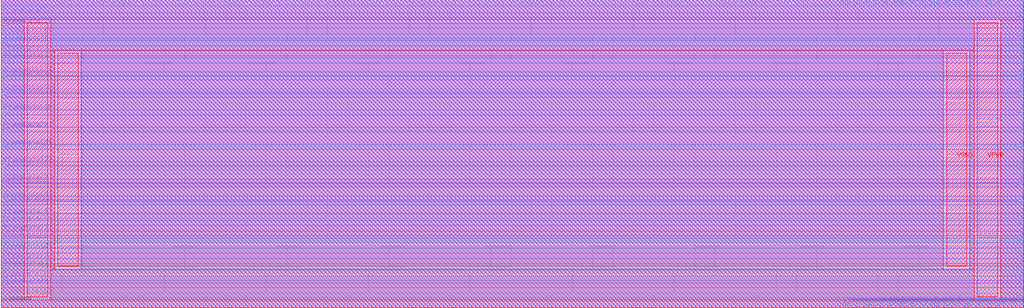
<source format=lef>
##
## LEF for PtnCells ;
## created by Innovus v15.20-p005_1 on Mon Jun 14 18:40:22 2021
##

VERSION 5.7 ;

BUSBITCHARS "[]" ;
DIVIDERCHAR "/" ;

MACRO S_term_RAM_IO
  CLASS BLOCK ;
  SIZE 100.2800 BY 30.2600 ;
  FOREIGN S_term_RAM_IO 0.0000 0.0000 ;
  ORIGIN 0 0 ;
  SYMMETRY X Y R90 ;
  PIN N1BEG[3]
    DIRECTION OUTPUT ;
    USE SIGNAL ;
    ANTENNAPARTIALMETALAREA 3.57085 LAYER li1  ;
    ANTENNAPARTIALMETALSIDEAREA 4.201 LAYER li1  ;
    ANTENNAPARTIALCUTAREA 0.0289 LAYER mcon  ;
    ANTENNADIFFAREA 0.4455 LAYER met1  ;
    ANTENNAPARTIALMETALAREA 1.3682 LAYER met1  ;
    ANTENNAPARTIALMETALSIDEAREA 6.804 LAYER met1  ;
    PORT
      LAYER li1 ;
        RECT 7.9650 29.9300 8.1350 30.2600 ;
    END
  END N1BEG[3]
  PIN N1BEG[2]
    DIRECTION OUTPUT ;
    USE SIGNAL ;
    ANTENNAPARTIALMETALAREA 1.89465 LAYER li1  ;
    ANTENNAPARTIALMETALSIDEAREA 2.229 LAYER li1  ;
    ANTENNAPARTIALCUTAREA 0.0289 LAYER mcon  ;
    ANTENNAPARTIALMETALAREA 5.4664 LAYER met1  ;
    ANTENNAPARTIALMETALSIDEAREA 27.2545 LAYER met1  ;
    ANTENNAPARTIALCUTAREA 0.0225 LAYER via  ;
    ANTENNADIFFAREA 0.4455 LAYER met2  ;
    ANTENNAPARTIALMETALAREA 0.312 LAYER met2  ;
    ANTENNAPARTIALMETALSIDEAREA 1.442 LAYER met2  ;
    PORT
      LAYER li1 ;
        RECT 7.0450 29.9300 7.2150 30.2600 ;
    END
  END N1BEG[2]
  PIN N1BEG[1]
    DIRECTION OUTPUT ;
    USE SIGNAL ;
    ANTENNAPARTIALMETALAREA 4.84245 LAYER li1  ;
    ANTENNAPARTIALMETALSIDEAREA 5.697 LAYER li1  ;
    ANTENNAPARTIALCUTAREA 0.0289 LAYER mcon  ;
    ANTENNAPARTIALMETALAREA 8.8026 LAYER met1  ;
    ANTENNAPARTIALMETALSIDEAREA 43.9355 LAYER met1  ;
    ANTENNAPARTIALCUTAREA 0.0225 LAYER via  ;
    ANTENNADIFFAREA 0.4455 LAYER met2  ;
    ANTENNAPARTIALMETALAREA 2.0452 LAYER met2  ;
    ANTENNAPARTIALMETALSIDEAREA 10.108 LAYER met2  ;
    PORT
      LAYER li1 ;
        RECT 6.1250 29.9300 6.2950 30.2600 ;
    END
  END N1BEG[1]
  PIN N1BEG[0]
    DIRECTION OUTPUT ;
    USE SIGNAL ;
    ANTENNAPARTIALMETALAREA 4.59425 LAYER li1  ;
    ANTENNAPARTIALMETALSIDEAREA 5.405 LAYER li1  ;
    ANTENNAPARTIALCUTAREA 0.0289 LAYER mcon  ;
    ANTENNAPARTIALMETALAREA 7.0404 LAYER met1  ;
    ANTENNAPARTIALMETALSIDEAREA 35.0875 LAYER met1  ;
    ANTENNAPARTIALCUTAREA 0.0225 LAYER via  ;
    ANTENNADIFFAREA 0.4455 LAYER met2  ;
    ANTENNAPARTIALMETALAREA 1.3856 LAYER met2  ;
    ANTENNAPARTIALMETALSIDEAREA 6.692 LAYER met2  ;
    PORT
      LAYER li1 ;
        RECT 5.2050 29.9300 5.3750 30.2600 ;
    END
  END N1BEG[0]
  PIN N2BEG[7]
    DIRECTION OUTPUT ;
    USE SIGNAL ;
    ANTENNAPARTIALMETALAREA 0.73865 LAYER li1  ;
    ANTENNAPARTIALMETALSIDEAREA 0.869 LAYER li1  ;
    ANTENNAPARTIALCUTAREA 0.0289 LAYER mcon  ;
    ANTENNAPARTIALMETALAREA 1.5072 LAYER met1  ;
    ANTENNAPARTIALMETALSIDEAREA 7.4585 LAYER met1  ;
    ANTENNAPARTIALCUTAREA 0.0225 LAYER via  ;
    ANTENNADIFFAREA 0.4455 LAYER met2  ;
    ANTENNAPARTIALMETALAREA 2.09 LAYER met2  ;
    ANTENNAPARTIALMETALSIDEAREA 10.332 LAYER met2  ;
    PORT
      LAYER li1 ;
        RECT 16.7050 29.9300 16.8750 30.2600 ;
    END
  END N2BEG[7]
  PIN N2BEG[6]
    DIRECTION OUTPUT ;
    USE SIGNAL ;
    ANTENNAPARTIALMETALAREA 1.25885 LAYER li1  ;
    ANTENNAPARTIALMETALSIDEAREA 1.481 LAYER li1  ;
    ANTENNAPARTIALCUTAREA 0.0289 LAYER mcon  ;
    ANTENNAPARTIALMETALAREA 0.4936 LAYER met1  ;
    ANTENNAPARTIALMETALSIDEAREA 2.3905 LAYER met1  ;
    ANTENNAPARTIALCUTAREA 0.0225 LAYER via  ;
    ANTENNADIFFAREA 0.4455 LAYER met2  ;
    ANTENNAPARTIALMETALAREA 1.978 LAYER met2  ;
    ANTENNAPARTIALMETALSIDEAREA 9.772 LAYER met2  ;
    PORT
      LAYER li1 ;
        RECT 15.3250 29.9300 15.4950 30.2600 ;
    END
  END N2BEG[6]
  PIN N2BEG[5]
    DIRECTION OUTPUT ;
    USE SIGNAL ;
    ANTENNAPARTIALMETALAREA 0.96985 LAYER li1  ;
    ANTENNAPARTIALMETALSIDEAREA 1.141 LAYER li1  ;
    ANTENNAPARTIALCUTAREA 0.0289 LAYER mcon  ;
    ANTENNAPARTIALMETALAREA 0.4292 LAYER met1  ;
    ANTENNAPARTIALMETALSIDEAREA 2.0685 LAYER met1  ;
    ANTENNAPARTIALCUTAREA 0.0225 LAYER via  ;
    ANTENNADIFFAREA 0.4455 LAYER met2  ;
    ANTENNAPARTIALMETALAREA 4.1464 LAYER met2  ;
    ANTENNAPARTIALMETALSIDEAREA 20.496 LAYER met2  ;
    PORT
      LAYER li1 ;
        RECT 14.4050 29.9300 14.5750 30.2600 ;
    END
  END N2BEG[5]
  PIN N2BEG[4]
    DIRECTION OUTPUT ;
    USE SIGNAL ;
    ANTENNAPARTIALMETALAREA 1.58865 LAYER li1  ;
    ANTENNAPARTIALMETALSIDEAREA 1.869 LAYER li1  ;
    ANTENNAPARTIALCUTAREA 0.0289 LAYER mcon  ;
    ANTENNAPARTIALMETALAREA 0.3004 LAYER met1  ;
    ANTENNAPARTIALMETALSIDEAREA 1.4245 LAYER met1  ;
    ANTENNAPARTIALCUTAREA 0.0225 LAYER via  ;
    ANTENNAPARTIALMETALAREA 0.2589 LAYER met2  ;
    ANTENNAPARTIALMETALSIDEAREA 1.1235 LAYER met2  ;
    ANTENNAPARTIALCUTAREA 0.04 LAYER via2  ;
    ANTENNAPARTIALMETALAREA 2.056 LAYER met3  ;
    ANTENNAPARTIALMETALSIDEAREA 11.432 LAYER met3  ;
    ANTENNAPARTIALCUTAREA 0.04 LAYER via3  ;
    ANTENNADIFFAREA 0.4455 LAYER met4  ;
    ANTENNAPARTIALMETALAREA 2.1156 LAYER met4  ;
    ANTENNAPARTIALMETALSIDEAREA 12.224 LAYER met4  ;
    PORT
      LAYER li1 ;
        RECT 13.4850 29.9300 13.6550 30.2600 ;
    END
  END N2BEG[4]
  PIN N2BEG[3]
    DIRECTION OUTPUT ;
    USE SIGNAL ;
    ANTENNAPARTIALMETALAREA 0.33405 LAYER li1  ;
    ANTENNAPARTIALMETALSIDEAREA 0.393 LAYER li1  ;
    ANTENNAPARTIALCUTAREA 0.0289 LAYER mcon  ;
    ANTENNAPARTIALMETALAREA 1.202 LAYER met1  ;
    ANTENNAPARTIALMETALSIDEAREA 5.9325 LAYER met1  ;
    ANTENNAPARTIALCUTAREA 0.0225 LAYER via  ;
    ANTENNADIFFAREA 0.4455 LAYER met2  ;
    ANTENNAPARTIALMETALAREA 2.8516 LAYER met2  ;
    ANTENNAPARTIALMETALSIDEAREA 14.14 LAYER met2  ;
    PORT
      LAYER li1 ;
        RECT 12.1050 29.9300 12.2750 30.2600 ;
    END
  END N2BEG[3]
  PIN N2BEG[2]
    DIRECTION OUTPUT ;
    USE SIGNAL ;
    ANTENNAPARTIALMETALAREA 0.50745 LAYER li1  ;
    ANTENNAPARTIALMETALSIDEAREA 0.597 LAYER li1  ;
    ANTENNAPARTIALCUTAREA 0.0289 LAYER mcon  ;
    ANTENNAPARTIALMETALAREA 1.5716 LAYER met1  ;
    ANTENNAPARTIALMETALSIDEAREA 7.7805 LAYER met1  ;
    ANTENNAPARTIALCUTAREA 0.0225 LAYER via  ;
    ANTENNADIFFAREA 0.4455 LAYER met2  ;
    ANTENNAPARTIALMETALAREA 2.2804 LAYER met2  ;
    ANTENNAPARTIALMETALSIDEAREA 11.284 LAYER met2  ;
    PORT
      LAYER li1 ;
        RECT 11.1850 29.9300 11.3550 30.2600 ;
    END
  END N2BEG[2]
  PIN N2BEG[1]
    DIRECTION OUTPUT ;
    USE SIGNAL ;
    ANTENNAPARTIALMETALAREA 0.62305 LAYER li1  ;
    ANTENNAPARTIALMETALSIDEAREA 0.733 LAYER li1  ;
    ANTENNAPARTIALCUTAREA 0.0289 LAYER mcon  ;
    ANTENNAPARTIALMETALAREA 1.426 LAYER met1  ;
    ANTENNAPARTIALMETALSIDEAREA 7.0525 LAYER met1  ;
    ANTENNAPARTIALCUTAREA 0.0225 LAYER via  ;
    ANTENNADIFFAREA 0.4455 LAYER met2  ;
    ANTENNAPARTIALMETALAREA 3.6544 LAYER met2  ;
    ANTENNAPARTIALMETALSIDEAREA 17.682 LAYER met2  ;
    PORT
      LAYER li1 ;
        RECT 10.2650 29.9300 10.4350 30.2600 ;
    END
  END N2BEG[1]
  PIN N2BEG[0]
    DIRECTION OUTPUT ;
    USE SIGNAL ;
    ANTENNAPARTIALMETALAREA 1.79945 LAYER li1  ;
    ANTENNAPARTIALMETALSIDEAREA 2.117 LAYER li1  ;
    ANTENNAPARTIALCUTAREA 0.0289 LAYER mcon  ;
    ANTENNAPARTIALMETALAREA 9.587 LAYER met1  ;
    ANTENNAPARTIALMETALSIDEAREA 47.8205 LAYER met1  ;
    ANTENNAPARTIALCUTAREA 0.0225 LAYER via  ;
    ANTENNADIFFAREA 0.4455 LAYER met2  ;
    ANTENNAPARTIALMETALAREA 1.7356 LAYER met2  ;
    ANTENNAPARTIALMETALSIDEAREA 8.442 LAYER met2  ;
    PORT
      LAYER li1 ;
        RECT 9.3450 29.9300 9.5150 30.2600 ;
    END
  END N2BEG[0]
  PIN N2BEGb[7]
    DIRECTION OUTPUT ;
    USE SIGNAL ;
    ANTENNAPARTIALMETALAREA 1.43225 LAYER li1  ;
    ANTENNAPARTIALMETALSIDEAREA 1.685 LAYER li1  ;
    ANTENNAPARTIALCUTAREA 0.0289 LAYER mcon  ;
    ANTENNAPARTIALMETALAREA 1.0732 LAYER met1  ;
    ANTENNAPARTIALMETALSIDEAREA 5.2885 LAYER met1  ;
    ANTENNAPARTIALCUTAREA 0.0225 LAYER via  ;
    ANTENNADIFFAREA 0.4455 LAYER met2  ;
    ANTENNAPARTIALMETALAREA 2.9564 LAYER met2  ;
    ANTENNAPARTIALMETALSIDEAREA 14.546 LAYER met2  ;
    PORT
      LAYER li1 ;
        RECT 24.9850 29.9300 25.1550 30.2600 ;
    END
  END N2BEGb[7]
  PIN N2BEGb[6]
    DIRECTION OUTPUT ;
    USE SIGNAL ;
    ANTENNAPARTIALMETALAREA 1.64645 LAYER li1  ;
    ANTENNAPARTIALMETALSIDEAREA 1.937 LAYER li1  ;
    ANTENNAPARTIALCUTAREA 0.0289 LAYER mcon  ;
    ANTENNAPARTIALMETALAREA 0.3004 LAYER met1  ;
    ANTENNAPARTIALMETALSIDEAREA 1.4245 LAYER met1  ;
    ANTENNAPARTIALCUTAREA 0.0225 LAYER via  ;
    ANTENNADIFFAREA 0.4455 LAYER met2  ;
    ANTENNAPARTIALMETALAREA 1.7876 LAYER met2  ;
    ANTENNAPARTIALMETALSIDEAREA 8.82 LAYER met2  ;
    PORT
      LAYER li1 ;
        RECT 24.0650 29.9300 24.2350 30.2600 ;
    END
  END N2BEGb[6]
  PIN N2BEGb[5]
    DIRECTION OUTPUT ;
    USE SIGNAL ;
    ANTENNAPARTIALCUTAREA 0.0289 LAYER mcon  ;
    ANTENNAPARTIALMETALAREA 1.7172 LAYER met1  ;
    ANTENNAPARTIALMETALSIDEAREA 8.5085 LAYER met1  ;
    ANTENNAPARTIALCUTAREA 0.0225 LAYER via  ;
    ANTENNADIFFAREA 0.4455 LAYER met2  ;
    ANTENNAPARTIALMETALAREA 2.6444 LAYER met2  ;
    ANTENNAPARTIALMETALSIDEAREA 13.104 LAYER met2  ;
    PORT
      LAYER li1 ;
        RECT 22.6850 29.9300 22.8550 30.2600 ;
    END
  END N2BEGb[5]
  PIN N2BEGb[4]
    DIRECTION OUTPUT ;
    USE SIGNAL ;
    ANTENNAPARTIALMETALAREA 1.43565 LAYER li1  ;
    ANTENNAPARTIALMETALSIDEAREA 1.689 LAYER li1  ;
    ANTENNAPARTIALCUTAREA 0.0289 LAYER mcon  ;
    ANTENNAPARTIALMETALAREA 8.5076 LAYER met1  ;
    ANTENNAPARTIALMETALSIDEAREA 42.4235 LAYER met1  ;
    ANTENNAPARTIALCUTAREA 0.0225 LAYER via  ;
    ANTENNADIFFAREA 0.4455 LAYER met2  ;
    ANTENNAPARTIALMETALAREA 0.6452 LAYER met2  ;
    ANTENNAPARTIALMETALSIDEAREA 3.108 LAYER met2  ;
    PORT
      LAYER li1 ;
        RECT 21.7650 29.9300 21.9350 30.2600 ;
    END
  END N2BEGb[4]
  PIN N2BEGb[3]
    DIRECTION OUTPUT ;
    USE SIGNAL ;
    ANTENNAPARTIALMETALAREA 0.79645 LAYER li1  ;
    ANTENNAPARTIALMETALSIDEAREA 0.937 LAYER li1  ;
    ANTENNAPARTIALCUTAREA 0.0289 LAYER mcon  ;
    ANTENNAPARTIALMETALAREA 0.9444 LAYER met1  ;
    ANTENNAPARTIALMETALSIDEAREA 4.6445 LAYER met1  ;
    ANTENNAPARTIALCUTAREA 0.0225 LAYER via  ;
    ANTENNAPARTIALMETALAREA 0.5669 LAYER met2  ;
    ANTENNAPARTIALMETALSIDEAREA 2.6635 LAYER met2  ;
    ANTENNAPARTIALCUTAREA 0.04 LAYER via2  ;
    ANTENNAPARTIALMETALAREA 0.22885 LAYER met3  ;
    ANTENNAPARTIALMETALSIDEAREA 1.64 LAYER met3  ;
    ANTENNAPARTIALCUTAREA 0.04 LAYER via3  ;
    ANTENNADIFFAREA 0.4455 LAYER met4  ;
    ANTENNAPARTIALMETALAREA 4.0896 LAYER met4  ;
    ANTENNAPARTIALMETALSIDEAREA 22.752 LAYER met4  ;
    PORT
      LAYER li1 ;
        RECT 20.8450 29.9300 21.0150 30.2600 ;
    END
  END N2BEGb[3]
  PIN N2BEGb[2]
    DIRECTION OUTPUT ;
    USE SIGNAL ;
    ANTENNAPARTIALMETALAREA 0.62305 LAYER li1  ;
    ANTENNAPARTIALMETALSIDEAREA 0.733 LAYER li1  ;
    ANTENNAPARTIALCUTAREA 0.0289 LAYER mcon  ;
    ANTENNAPARTIALMETALAREA 2.2968 LAYER met1  ;
    ANTENNAPARTIALMETALSIDEAREA 11.4065 LAYER met1  ;
    ANTENNAPARTIALCUTAREA 0.0225 LAYER via  ;
    ANTENNAPARTIALMETALAREA 1.7373 LAYER met2  ;
    ANTENNAPARTIALMETALSIDEAREA 8.5155 LAYER met2  ;
    ANTENNAPARTIALCUTAREA 0.04 LAYER via2  ;
    ANTENNAPARTIALMETALAREA 1.159 LAYER met3  ;
    ANTENNAPARTIALMETALSIDEAREA 6.648 LAYER met3  ;
    ANTENNAPARTIALCUTAREA 0.04 LAYER via3  ;
    ANTENNADIFFAREA 0.4455 LAYER met4  ;
    ANTENNAPARTIALMETALAREA 11.8584 LAYER met4  ;
    ANTENNAPARTIALMETALSIDEAREA 64.656 LAYER met4  ;
    PORT
      LAYER li1 ;
        RECT 19.4650 29.9300 19.6350 30.2600 ;
    END
  END N2BEGb[2]
  PIN N2BEGb[1]
    DIRECTION OUTPUT ;
    USE SIGNAL ;
    ANTENNAPARTIALMETALAREA 0.44965 LAYER li1  ;
    ANTENNAPARTIALMETALSIDEAREA 0.529 LAYER li1  ;
    ANTENNAPARTIALCUTAREA 0.0289 LAYER mcon  ;
    ANTENNAPARTIALMETALAREA 2.5208 LAYER met1  ;
    ANTENNAPARTIALMETALSIDEAREA 12.5265 LAYER met1  ;
    ANTENNAPARTIALCUTAREA 0.0225 LAYER via  ;
    ANTENNAPARTIALMETALAREA 0.3191 LAYER met2  ;
    ANTENNAPARTIALMETALSIDEAREA 1.4245 LAYER met2  ;
    ANTENNAPARTIALCUTAREA 0.04 LAYER via2  ;
    ANTENNAPARTIALMETALAREA 0.331 LAYER met3  ;
    ANTENNAPARTIALMETALSIDEAREA 2.232 LAYER met3  ;
    ANTENNAPARTIALCUTAREA 0.04 LAYER via3  ;
    ANTENNADIFFAREA 0.4455 LAYER met4  ;
    ANTENNAPARTIALMETALAREA 8.6004 LAYER met4  ;
    ANTENNAPARTIALMETALSIDEAREA 47.28 LAYER met4  ;
    PORT
      LAYER li1 ;
        RECT 18.5450 29.9300 18.7150 30.2600 ;
    END
  END N2BEGb[1]
  PIN N2BEGb[0]
    DIRECTION OUTPUT ;
    USE SIGNAL ;
    ANTENNAPARTIALMETALAREA 1.25885 LAYER li1  ;
    ANTENNAPARTIALMETALSIDEAREA 1.481 LAYER li1  ;
    ANTENNAPARTIALCUTAREA 0.0289 LAYER mcon  ;
    ANTENNAPARTIALMETALAREA 0.0832 LAYER met1  ;
    ANTENNAPARTIALMETALSIDEAREA 0.406 LAYER met1  ;
    ANTENNAPARTIALCUTAREA 0.0225 LAYER via  ;
    ANTENNADIFFAREA 0.4455 LAYER met2  ;
    ANTENNAPARTIALMETALAREA 1.7664 LAYER met2  ;
    ANTENNAPARTIALMETALSIDEAREA 8.596 LAYER met2  ;
    PORT
      LAYER li1 ;
        RECT 17.6250 29.9300 17.7950 30.2600 ;
    END
  END N2BEGb[0]
  PIN N4BEG[15]
    DIRECTION OUTPUT ;
    USE SIGNAL ;
    ANTENNAPARTIALMETALAREA 0.10285 LAYER li1  ;
    ANTENNAPARTIALMETALSIDEAREA 0.121 LAYER li1  ;
    ANTENNAPARTIALCUTAREA 0.0289 LAYER mcon  ;
    ANTENNAPARTIALMETALAREA 0.0832 LAYER met1  ;
    ANTENNAPARTIALMETALSIDEAREA 0.406 LAYER met1  ;
    ANTENNAPARTIALCUTAREA 0.0225 LAYER via  ;
    ANTENNAPARTIALMETALAREA 0.2435 LAYER met2  ;
    ANTENNAPARTIALMETALSIDEAREA 1.0465 LAYER met2  ;
    ANTENNAPARTIALCUTAREA 0.04 LAYER via2  ;
    ANTENNAPARTIALMETALAREA 0.262 LAYER met3  ;
    ANTENNAPARTIALMETALSIDEAREA 1.864 LAYER met3  ;
    ANTENNAPARTIALCUTAREA 0.04 LAYER via3  ;
    ANTENNADIFFAREA 0.4455 LAYER met4  ;
    ANTENNAPARTIALMETALAREA 4.0578 LAYER met4  ;
    ANTENNAPARTIALMETALSIDEAREA 22.112 LAYER met4  ;
    PORT
      LAYER li1 ;
        RECT 41.5450 29.9300 41.7150 30.2600 ;
    END
  END N4BEG[15]
  PIN N4BEG[14]
    DIRECTION OUTPUT ;
    USE SIGNAL ;
    ANTENNAPARTIALMETALAREA 0.62305 LAYER li1  ;
    ANTENNAPARTIALMETALSIDEAREA 0.733 LAYER li1  ;
    ANTENNAPARTIALCUTAREA 0.0289 LAYER mcon  ;
    ANTENNAPARTIALMETALAREA 4.422 LAYER met1  ;
    ANTENNAPARTIALMETALSIDEAREA 22.0325 LAYER met1  ;
    ANTENNAPARTIALCUTAREA 0.0225 LAYER via  ;
    ANTENNADIFFAREA 0.4455 LAYER met2  ;
    ANTENNAPARTIALMETALAREA 1.8688 LAYER met2  ;
    ANTENNAPARTIALMETALSIDEAREA 9.226 LAYER met2  ;
    PORT
      LAYER li1 ;
        RECT 40.6250 29.9300 40.7950 30.2600 ;
    END
  END N4BEG[14]
  PIN N4BEG[13]
    DIRECTION OUTPUT ;
    USE SIGNAL ;
    ANTENNAPARTIALMETALAREA 1.49005 LAYER li1  ;
    ANTENNAPARTIALMETALSIDEAREA 1.753 LAYER li1  ;
    ANTENNAPARTIALCUTAREA 0.0289 LAYER mcon  ;
    ANTENNAPARTIALMETALAREA 0.0832 LAYER met1  ;
    ANTENNAPARTIALMETALSIDEAREA 0.406 LAYER met1  ;
    ANTENNAPARTIALCUTAREA 0.0225 LAYER via  ;
    ANTENNADIFFAREA 0.4455 LAYER met2  ;
    ANTENNAPARTIALMETALAREA 2.4972 LAYER met2  ;
    ANTENNAPARTIALMETALSIDEAREA 12.25 LAYER met2  ;
    PORT
      LAYER li1 ;
        RECT 39.7050 29.9300 39.8750 30.2600 ;
    END
  END N4BEG[13]
  PIN N4BEG[12]
    DIRECTION OUTPUT ;
    USE SIGNAL ;
    ANTENNAPARTIALMETALAREA 1.49005 LAYER li1  ;
    ANTENNAPARTIALMETALSIDEAREA 1.753 LAYER li1  ;
    ANTENNAPARTIALCUTAREA 0.0289 LAYER mcon  ;
    ANTENNAPARTIALMETALAREA 0.0832 LAYER met1  ;
    ANTENNAPARTIALMETALSIDEAREA 0.406 LAYER met1  ;
    ANTENNAPARTIALCUTAREA 0.0225 LAYER via  ;
    ANTENNADIFFAREA 0.4455 LAYER met2  ;
    ANTENNAPARTIALMETALAREA 2.0256 LAYER met2  ;
    ANTENNAPARTIALMETALSIDEAREA 10.01 LAYER met2  ;
    PORT
      LAYER li1 ;
        RECT 38.7850 29.9300 38.9550 30.2600 ;
    END
  END N4BEG[12]
  PIN N4BEG[11]
    DIRECTION OUTPUT ;
    USE SIGNAL ;
    ANTENNAPARTIALMETALAREA 0.91205 LAYER li1  ;
    ANTENNAPARTIALMETALSIDEAREA 1.073 LAYER li1  ;
    ANTENNAPARTIALCUTAREA 0.0289 LAYER mcon  ;
    ANTENNAPARTIALMETALAREA 0.6868 LAYER met1  ;
    ANTENNAPARTIALMETALSIDEAREA 3.3565 LAYER met1  ;
    ANTENNAPARTIALCUTAREA 0.0225 LAYER via  ;
    ANTENNAPARTIALMETALAREA 0.5165 LAYER met2  ;
    ANTENNAPARTIALMETALSIDEAREA 2.4115 LAYER met2  ;
    ANTENNAPARTIALCUTAREA 0.04 LAYER via2  ;
    ANTENNAPARTIALMETALAREA 0.676 LAYER met3  ;
    ANTENNAPARTIALMETALSIDEAREA 4.072 LAYER met3  ;
    ANTENNAPARTIALCUTAREA 0.04 LAYER via3  ;
    ANTENNADIFFAREA 0.4455 LAYER met4  ;
    ANTENNAPARTIALMETALAREA 4.6938 LAYER met4  ;
    ANTENNAPARTIALMETALSIDEAREA 25.504 LAYER met4  ;
    PORT
      LAYER li1 ;
        RECT 37.4050 29.9300 37.5750 30.2600 ;
    END
  END N4BEG[11]
  PIN N4BEG[10]
    DIRECTION OUTPUT ;
    USE SIGNAL ;
    ANTENNAPARTIALMETALAREA 0.16065 LAYER li1  ;
    ANTENNAPARTIALMETALSIDEAREA 0.189 LAYER li1  ;
    ANTENNAPARTIALCUTAREA 0.0289 LAYER mcon  ;
    ANTENNAPARTIALMETALAREA 2.924 LAYER met1  ;
    ANTENNAPARTIALMETALSIDEAREA 14.5425 LAYER met1  ;
    ANTENNAPARTIALCUTAREA 0.0225 LAYER via  ;
    ANTENNADIFFAREA 0.4455 LAYER met2  ;
    ANTENNAPARTIALMETALAREA 2.678 LAYER met2  ;
    ANTENNAPARTIALMETALSIDEAREA 13.272 LAYER met2  ;
    PORT
      LAYER li1 ;
        RECT 36.4850 29.9300 36.6550 30.2600 ;
    END
  END N4BEG[10]
  PIN N4BEG[9]
    DIRECTION OUTPUT ;
    USE SIGNAL ;
    ANTENNAPARTIALMETALAREA 0.50745 LAYER li1  ;
    ANTENNAPARTIALMETALSIDEAREA 0.597 LAYER li1  ;
    ANTENNAPARTIALCUTAREA 0.0289 LAYER mcon  ;
    ANTENNAPARTIALMETALAREA 1.3952 LAYER met1  ;
    ANTENNAPARTIALMETALSIDEAREA 6.8985 LAYER met1  ;
    ANTENNAPARTIALCUTAREA 0.0225 LAYER via  ;
    ANTENNADIFFAREA 0.4455 LAYER met2  ;
    ANTENNAPARTIALMETALAREA 2.216 LAYER met2  ;
    ANTENNAPARTIALMETALSIDEAREA 10.962 LAYER met2  ;
    PORT
      LAYER li1 ;
        RECT 35.5650 29.9300 35.7350 30.2600 ;
    END
  END N4BEG[9]
  PIN N4BEG[8]
    DIRECTION OUTPUT ;
    USE SIGNAL ;
    ANTENNAPARTIALMETALAREA 0.16065 LAYER li1  ;
    ANTENNAPARTIALMETALSIDEAREA 0.189 LAYER li1  ;
    ANTENNAPARTIALCUTAREA 0.0289 LAYER mcon  ;
    ANTENNAPARTIALMETALAREA 3.5204 LAYER met1  ;
    ANTENNAPARTIALMETALSIDEAREA 17.5245 LAYER met1  ;
    ANTENNAPARTIALCUTAREA 0.0225 LAYER via  ;
    ANTENNADIFFAREA 0.4455 LAYER met2  ;
    ANTENNAPARTIALMETALAREA 3.0728 LAYER met2  ;
    ANTENNAPARTIALMETALSIDEAREA 15.246 LAYER met2  ;
    PORT
      LAYER li1 ;
        RECT 34.1850 29.9300 34.3550 30.2600 ;
    END
  END N4BEG[8]
  PIN N4BEG[7]
    DIRECTION OUTPUT ;
    USE SIGNAL ;
    ANTENNAPARTIALMETALAREA 0.73865 LAYER li1  ;
    ANTENNAPARTIALMETALSIDEAREA 0.869 LAYER li1  ;
    ANTENNAPARTIALCUTAREA 0.0289 LAYER mcon  ;
    ANTENNAPARTIALMETALAREA 0.4936 LAYER met1  ;
    ANTENNAPARTIALMETALSIDEAREA 2.3905 LAYER met1  ;
    ANTENNAPARTIALCUTAREA 0.0225 LAYER via  ;
    ANTENNADIFFAREA 0.4455 LAYER met2  ;
    ANTENNAPARTIALMETALAREA 2.4064 LAYER met2  ;
    ANTENNAPARTIALMETALSIDEAREA 11.914 LAYER met2  ;
    PORT
      LAYER li1 ;
        RECT 33.2650 29.9300 33.4350 30.2600 ;
    END
  END N4BEG[7]
  PIN N4BEG[6]
    DIRECTION OUTPUT ;
    USE SIGNAL ;
    ANTENNAPARTIALMETALAREA 1.49005 LAYER li1  ;
    ANTENNAPARTIALMETALSIDEAREA 1.753 LAYER li1  ;
    ANTENNAPARTIALCUTAREA 0.0289 LAYER mcon  ;
    ANTENNAPARTIALMETALAREA 0.3648 LAYER met1  ;
    ANTENNAPARTIALMETALSIDEAREA 1.7465 LAYER met1  ;
    ANTENNAPARTIALCUTAREA 0.0225 LAYER via  ;
    ANTENNADIFFAREA 0.4455 LAYER met2  ;
    ANTENNAPARTIALMETALAREA 1.7092 LAYER met2  ;
    ANTENNAPARTIALMETALSIDEAREA 8.428 LAYER met2  ;
    PORT
      LAYER li1 ;
        RECT 32.3450 29.9300 32.5150 30.2600 ;
    END
  END N4BEG[6]
  PIN N4BEG[5]
    DIRECTION OUTPUT ;
    USE SIGNAL ;
    ANTENNAPARTIALCUTAREA 0.0289 LAYER mcon  ;
    ANTENNAPARTIALMETALAREA 3.9352 LAYER met1  ;
    ANTENNAPARTIALMETALSIDEAREA 19.5615 LAYER met1  ;
    ANTENNAPARTIALCUTAREA 0.0225 LAYER via  ;
    ANTENNADIFFAREA 0.4455 LAYER met2  ;
    ANTENNAPARTIALMETALAREA 2.528 LAYER met2  ;
    ANTENNAPARTIALMETALSIDEAREA 12.404 LAYER met2  ;
    PORT
      LAYER li1 ;
        RECT 31.4250 29.9300 31.5950 30.2600 ;
    END
  END N4BEG[5]
  PIN N4BEG[4]
    DIRECTION OUTPUT ;
    USE SIGNAL ;
    ANTENNAPARTIALMETALAREA 1.25885 LAYER li1  ;
    ANTENNAPARTIALMETALSIDEAREA 1.481 LAYER li1  ;
    ANTENNAPARTIALCUTAREA 0.0289 LAYER mcon  ;
    ANTENNAPARTIALMETALAREA 0.0832 LAYER met1  ;
    ANTENNAPARTIALMETALSIDEAREA 0.406 LAYER met1  ;
    ANTENNAPARTIALCUTAREA 0.0225 LAYER via  ;
    ANTENNAPARTIALMETALAREA 0.2309 LAYER met2  ;
    ANTENNAPARTIALMETALSIDEAREA 0.9835 LAYER met2  ;
    ANTENNAPARTIALCUTAREA 0.04 LAYER via2  ;
    ANTENNADIFFAREA 0.4455 LAYER met3  ;
    ANTENNAPARTIALMETALAREA 3.1548 LAYER met3  ;
    ANTENNAPARTIALMETALSIDEAREA 17.296 LAYER met3  ;
    PORT
      LAYER li1 ;
        RECT 30.0450 29.9300 30.2150 30.2600 ;
    END
  END N4BEG[4]
  PIN N4BEG[3]
    DIRECTION OUTPUT ;
    USE SIGNAL ;
    ANTENNAPARTIALMETALAREA 1.64645 LAYER li1  ;
    ANTENNAPARTIALMETALSIDEAREA 1.937 LAYER li1  ;
    ANTENNAPARTIALCUTAREA 0.0289 LAYER mcon  ;
    ANTENNAPARTIALMETALAREA 0.1716 LAYER met1  ;
    ANTENNAPARTIALMETALSIDEAREA 0.7805 LAYER met1  ;
    ANTENNAPARTIALCUTAREA 0.0225 LAYER via  ;
    ANTENNADIFFAREA 0.4455 LAYER met2  ;
    ANTENNAPARTIALMETALAREA 1.5284 LAYER met2  ;
    ANTENNAPARTIALMETALSIDEAREA 7.406 LAYER met2  ;
    PORT
      LAYER li1 ;
        RECT 29.1250 29.9300 29.2950 30.2600 ;
    END
  END N4BEG[3]
  PIN N4BEG[2]
    DIRECTION OUTPUT ;
    USE SIGNAL ;
    ANTENNAPARTIALMETALAREA 0.18105 LAYER li1  ;
    ANTENNAPARTIALMETALSIDEAREA 0.213 LAYER li1  ;
    ANTENNAPARTIALCUTAREA 0.0289 LAYER mcon  ;
    ANTENNAPARTIALMETALAREA 1.7816 LAYER met1  ;
    ANTENNAPARTIALMETALSIDEAREA 8.8305 LAYER met1  ;
    ANTENNAPARTIALCUTAREA 0.0225 LAYER via  ;
    ANTENNAPARTIALMETALAREA 1.4053 LAYER met2  ;
    ANTENNAPARTIALMETALSIDEAREA 6.7375 LAYER met2  ;
    ANTENNAPARTIALCUTAREA 0.04 LAYER via2  ;
    ANTENNAPARTIALMETALAREA 10.819 LAYER met3  ;
    ANTENNAPARTIALMETALSIDEAREA 58.168 LAYER met3  ;
    ANTENNAPARTIALCUTAREA 0.04 LAYER via3  ;
    ANTENNADIFFAREA 0.4455 LAYER met4  ;
    ANTENNAPARTIALMETALAREA 1.8378 LAYER met4  ;
    ANTENNAPARTIALMETALSIDEAREA 10.272 LAYER met4  ;
    PORT
      LAYER li1 ;
        RECT 28.2050 29.9300 28.3750 30.2600 ;
    END
  END N4BEG[2]
  PIN N4BEG[1]
    DIRECTION OUTPUT ;
    USE SIGNAL ;
    ANTENNAPARTIALMETALAREA 1.49005 LAYER li1  ;
    ANTENNAPARTIALMETALSIDEAREA 1.753 LAYER li1  ;
    ANTENNAPARTIALCUTAREA 0.0289 LAYER mcon  ;
    ANTENNAPARTIALMETALAREA 0.3004 LAYER met1  ;
    ANTENNAPARTIALMETALSIDEAREA 1.4245 LAYER met1  ;
    ANTENNAPARTIALCUTAREA 0.0225 LAYER via  ;
    ANTENNADIFFAREA 0.4455 LAYER met2  ;
    ANTENNAPARTIALMETALAREA 1.4068 LAYER met2  ;
    ANTENNAPARTIALMETALSIDEAREA 6.916 LAYER met2  ;
    PORT
      LAYER li1 ;
        RECT 26.8250 29.9300 26.9950 30.2600 ;
    END
  END N4BEG[1]
  PIN N4BEG[0]
    DIRECTION OUTPUT ;
    USE SIGNAL ;
    ANTENNAPARTIALMETALAREA 0.10285 LAYER li1  ;
    ANTENNAPARTIALMETALSIDEAREA 0.121 LAYER li1  ;
    ANTENNAPARTIALCUTAREA 0.0289 LAYER mcon  ;
    ANTENNAPARTIALMETALAREA 1.5884 LAYER met1  ;
    ANTENNAPARTIALMETALSIDEAREA 7.8645 LAYER met1  ;
    ANTENNAPARTIALCUTAREA 0.0225 LAYER via  ;
    ANTENNADIFFAREA 0.4455 LAYER met2  ;
    ANTENNAPARTIALMETALAREA 2.7424 LAYER met2  ;
    ANTENNAPARTIALMETALSIDEAREA 13.594 LAYER met2  ;
    PORT
      LAYER li1 ;
        RECT 25.9050 29.9300 26.0750 30.2600 ;
    END
  END N4BEG[0]
  PIN S1END[3]
    DIRECTION INPUT ;
    USE SIGNAL ;
    ANTENNAPARTIALMETALAREA 0.21845 LAYER li1  ;
    ANTENNAPARTIALMETALSIDEAREA 0.257 LAYER li1  ;
    ANTENNAPARTIALCUTAREA 0.0289 LAYER mcon  ;
    ANTENNAPARTIALMETALAREA 3.456 LAYER met1  ;
    ANTENNAPARTIALMETALSIDEAREA 17.2025 LAYER met1  ;
    ANTENNAPARTIALCUTAREA 0.0225 LAYER via  ;
    ANTENNAPARTIALMETALAREA 2.7732 LAYER met2  ;
    ANTENNAPARTIALMETALSIDEAREA 13.748 LAYER met2  ;
    ANTENNAMODEL OXIDE1 ;
    ANTENNAGATEAREA 0.159 LAYER met2  ;
    ANTENNAMAXAREACAR 22.9733 LAYER met2  ;
    ANTENNAMAXSIDEAREACAR 107.393 LAYER met2  ;
    ANTENNAMAXCUTCAR 0.32327 LAYER via2  ;
    PORT
      LAYER li1 ;
        RECT 45.6850 29.9300 45.8550 30.2600 ;
    END
  END S1END[3]
  PIN S1END[2]
    DIRECTION INPUT ;
    USE SIGNAL ;
    ANTENNAPARTIALMETALAREA 0.27625 LAYER li1  ;
    ANTENNAPARTIALMETALSIDEAREA 0.325 LAYER li1  ;
    ANTENNAPARTIALCUTAREA 0.0289 LAYER mcon  ;
    ANTENNAPARTIALMETALAREA 3.5204 LAYER met1  ;
    ANTENNAPARTIALMETALSIDEAREA 17.5245 LAYER met1  ;
    ANTENNAPARTIALCUTAREA 0.0225 LAYER via  ;
    ANTENNAPARTIALMETALAREA 2.2496 LAYER met2  ;
    ANTENNAPARTIALMETALSIDEAREA 11.13 LAYER met2  ;
    ANTENNAMODEL OXIDE1 ;
    ANTENNAGATEAREA 0.159 LAYER met2  ;
    ANTENNAMAXAREACAR 16.8638 LAYER met2  ;
    ANTENNAMAXSIDEAREACAR 79.8711 LAYER met2  ;
    ANTENNAMAXCUTCAR 0.32327 LAYER via2  ;
    PORT
      LAYER li1 ;
        RECT 44.7650 29.9300 44.9350 30.2600 ;
    END
  END S1END[2]
  PIN S1END[1]
    DIRECTION INPUT ;
    USE SIGNAL ;
    ANTENNAPARTIALMETALAREA 0.56525 LAYER li1  ;
    ANTENNAPARTIALMETALSIDEAREA 0.665 LAYER li1  ;
    ANTENNAPARTIALCUTAREA 0.0289 LAYER mcon  ;
    ANTENNAPARTIALMETALAREA 0.0832 LAYER met1  ;
    ANTENNAPARTIALMETALSIDEAREA 0.406 LAYER met1  ;
    ANTENNAPARTIALCUTAREA 0.0225 LAYER via  ;
    ANTENNAPARTIALMETALAREA 1.614 LAYER met2  ;
    ANTENNAPARTIALMETALSIDEAREA 7.952 LAYER met2  ;
    ANTENNAMODEL OXIDE1 ;
    ANTENNAGATEAREA 0.159 LAYER met2  ;
    ANTENNAMAXAREACAR 12.0563 LAYER met2  ;
    ANTENNAMAXSIDEAREACAR 55.8333 LAYER met2  ;
    ANTENNAMAXCUTCAR 0.32327 LAYER via2  ;
    PORT
      LAYER li1 ;
        RECT 43.8450 29.9300 44.0150 30.2600 ;
    END
  END S1END[1]
  PIN S1END[0]
    DIRECTION INPUT ;
    USE SIGNAL ;
    ANTENNAPARTIALMETALAREA 0.64345 LAYER li1  ;
    ANTENNAPARTIALMETALSIDEAREA 0.757 LAYER li1  ;
    ANTENNAPARTIALCUTAREA 0.0289 LAYER mcon  ;
    ANTENNAPARTIALMETALAREA 2.0224 LAYER met1  ;
    ANTENNAPARTIALMETALSIDEAREA 10.0345 LAYER met1  ;
    ANTENNAPARTIALCUTAREA 0.0225 LAYER via  ;
    ANTENNAPARTIALMETALAREA 2.7352 LAYER met2  ;
    ANTENNAPARTIALMETALSIDEAREA 13.44 LAYER met2  ;
    ANTENNAMODEL OXIDE1 ;
    ANTENNAGATEAREA 0.159 LAYER met2  ;
    ANTENNAMAXAREACAR 23.3519 LAYER met2  ;
    ANTENNAMAXSIDEAREACAR 111.569 LAYER met2  ;
    ANTENNAMAXCUTCAR 0.32327 LAYER via2  ;
    PORT
      LAYER li1 ;
        RECT 42.9250 29.9300 43.0950 30.2600 ;
    END
  END S1END[0]
  PIN S2MID[7]
    DIRECTION INPUT ;
    USE SIGNAL ;
    ANTENNAPARTIALMETALAREA 0.68085 LAYER li1  ;
    ANTENNAPARTIALMETALSIDEAREA 0.801 LAYER li1  ;
    ANTENNAPARTIALCUTAREA 0.0289 LAYER mcon  ;
    ANTENNAPARTIALMETALAREA 2.8764 LAYER met1  ;
    ANTENNAPARTIALMETALSIDEAREA 14.3045 LAYER met1  ;
    ANTENNAPARTIALCUTAREA 0.0225 LAYER via  ;
    ANTENNAPARTIALMETALAREA 2.5016 LAYER met2  ;
    ANTENNAPARTIALMETALSIDEAREA 12.39 LAYER met2  ;
    ANTENNAMODEL OXIDE1 ;
    ANTENNAGATEAREA 0.159 LAYER met2  ;
    ANTENNAMAXAREACAR 20.7997 LAYER met2  ;
    ANTENNAMAXSIDEAREACAR 99.5503 LAYER met2  ;
    ANTENNAMAXCUTCAR 0.32327 LAYER via2  ;
    PORT
      LAYER li1 ;
        RECT 62.7050 29.9300 62.8750 30.2600 ;
    END
  END S2MID[7]
  PIN S2MID[6]
    DIRECTION INPUT ;
    USE SIGNAL ;
    ANTENNAPARTIALMETALAREA 1.64645 LAYER li1  ;
    ANTENNAPARTIALMETALSIDEAREA 1.937 LAYER li1  ;
    ANTENNAPARTIALCUTAREA 0.0289 LAYER mcon  ;
    ANTENNAPARTIALMETALAREA 0.0832 LAYER met1  ;
    ANTENNAPARTIALMETALSIDEAREA 0.406 LAYER met1  ;
    ANTENNAPARTIALCUTAREA 0.0225 LAYER via  ;
    ANTENNAPARTIALMETALAREA 1.5972 LAYER met2  ;
    ANTENNAPARTIALMETALSIDEAREA 7.868 LAYER met2  ;
    ANTENNAMODEL OXIDE1 ;
    ANTENNAGATEAREA 0.159 LAYER met2  ;
    ANTENNAMAXAREACAR 16.3267 LAYER met2  ;
    ANTENNAMAXSIDEAREACAR 77.1855 LAYER met2  ;
    ANTENNAMAXCUTCAR 0.32327 LAYER via2  ;
    PORT
      LAYER li1 ;
        RECT 61.7850 29.9300 61.9550 30.2600 ;
    END
  END S2MID[6]
  PIN S2MID[5]
    DIRECTION INPUT ;
    USE SIGNAL ;
    ANTENNAPARTIALMETALAREA 0.44965 LAYER li1  ;
    ANTENNAPARTIALMETALSIDEAREA 0.529 LAYER li1  ;
    ANTENNAPARTIALCUTAREA 0.0289 LAYER mcon  ;
    ANTENNAPARTIALMETALAREA 3.5036 LAYER met1  ;
    ANTENNAPARTIALMETALSIDEAREA 17.4405 LAYER met1  ;
    ANTENNAPARTIALCUTAREA 0.0225 LAYER via  ;
    ANTENNAPARTIALMETALAREA 0.3191 LAYER met2  ;
    ANTENNAPARTIALMETALSIDEAREA 1.4245 LAYER met2  ;
    ANTENNAPARTIALCUTAREA 0.04 LAYER via2  ;
    ANTENNAPARTIALMETALAREA 0.1249 LAYER met3  ;
    ANTENNAPARTIALMETALSIDEAREA 1.136 LAYER met3  ;
    ANTENNAPARTIALCUTAREA 0.04 LAYER via3  ;
    ANTENNAPARTIALMETALAREA 2.4978 LAYER met4  ;
    ANTENNAPARTIALMETALSIDEAREA 13.792 LAYER met4  ;
    ANTENNAMODEL OXIDE1 ;
    ANTENNAGATEAREA 0.159 LAYER met4  ;
    ANTENNAMAXAREACAR 55.9877 LAYER met4  ;
    ANTENNAMAXSIDEAREACAR 294.937 LAYER met4  ;
    ANTENNAMAXCUTCAR 0.826415 LAYER via4  ;
    PORT
      LAYER li1 ;
        RECT 60.4050 29.9300 60.5750 30.2600 ;
    END
  END S2MID[5]
  PIN S2MID[4]
    DIRECTION INPUT ;
    USE SIGNAL ;
    ANTENNAPARTIALMETALAREA 1.49005 LAYER li1  ;
    ANTENNAPARTIALMETALSIDEAREA 1.753 LAYER li1  ;
    ANTENNAPARTIALCUTAREA 0.0289 LAYER mcon  ;
    ANTENNAPARTIALMETALAREA 0.1716 LAYER met1  ;
    ANTENNAPARTIALMETALSIDEAREA 0.7805 LAYER met1  ;
    ANTENNAPARTIALCUTAREA 0.0225 LAYER via  ;
    ANTENNAPARTIALMETALAREA 1.8352 LAYER met2  ;
    ANTENNAPARTIALMETALSIDEAREA 9.058 LAYER met2  ;
    ANTENNAMODEL OXIDE1 ;
    ANTENNAGATEAREA 0.159 LAYER met2  ;
    ANTENNAMAXAREACAR 27.9041 LAYER met2  ;
    ANTENNAMAXSIDEAREACAR 132.047 LAYER met2  ;
    ANTENNAMAXCUTCAR 0.32327 LAYER via2  ;
    PORT
      LAYER li1 ;
        RECT 59.4850 29.9300 59.6550 30.2600 ;
    END
  END S2MID[4]
  PIN S2MID[3]
    DIRECTION INPUT ;
    USE SIGNAL ;
    ANTENNAPARTIALMETALAREA 0.50745 LAYER li1  ;
    ANTENNAPARTIALMETALSIDEAREA 0.597 LAYER li1  ;
    ANTENNAPARTIALCUTAREA 0.0289 LAYER mcon  ;
    ANTENNAPARTIALMETALAREA 3.9712 LAYER met1  ;
    ANTENNAPARTIALMETALSIDEAREA 19.7785 LAYER met1  ;
    ANTENNAPARTIALCUTAREA 0.0225 LAYER via  ;
    ANTENNAPARTIALMETALAREA 1.9948 LAYER met2  ;
    ANTENNAPARTIALMETALSIDEAREA 9.856 LAYER met2  ;
    ANTENNAMODEL OXIDE1 ;
    ANTENNAGATEAREA 0.159 LAYER met2  ;
    ANTENNAMAXAREACAR 13.8953 LAYER met2  ;
    ANTENNAMAXSIDEAREACAR 65.4528 LAYER met2  ;
    ANTENNAMAXCUTCAR 0.32327 LAYER via2  ;
    PORT
      LAYER li1 ;
        RECT 58.5650 29.9300 58.7350 30.2600 ;
    END
  END S2MID[3]
  PIN S2MID[2]
    DIRECTION INPUT ;
    USE SIGNAL ;
    ANTENNAPARTIALMETALAREA 1.49005 LAYER li1  ;
    ANTENNAPARTIALMETALSIDEAREA 1.753 LAYER li1  ;
    ANTENNAPARTIALCUTAREA 0.0289 LAYER mcon  ;
    ANTENNAPARTIALMETALAREA 0.0832 LAYER met1  ;
    ANTENNAPARTIALMETALSIDEAREA 0.406 LAYER met1  ;
    ANTENNAPARTIALCUTAREA 0.0225 LAYER via  ;
    ANTENNAPARTIALMETALAREA 1.4068 LAYER met2  ;
    ANTENNAPARTIALMETALSIDEAREA 6.916 LAYER met2  ;
    ANTENNAMODEL OXIDE1 ;
    ANTENNAGATEAREA 0.159 LAYER met2  ;
    ANTENNAMAXAREACAR 29.2827 LAYER met2  ;
    ANTENNAMAXSIDEAREACAR 136.16 LAYER met2  ;
    ANTENNAMAXCUTCAR 0.32327 LAYER via2  ;
    PORT
      LAYER li1 ;
        RECT 57.6450 29.9300 57.8150 30.2600 ;
    END
  END S2MID[2]
  PIN S2MID[1]
    DIRECTION INPUT ;
    USE SIGNAL ;
    ANTENNAPARTIALMETALAREA 1.49005 LAYER li1  ;
    ANTENNAPARTIALMETALSIDEAREA 1.753 LAYER li1  ;
    ANTENNAPARTIALCUTAREA 0.0289 LAYER mcon  ;
    ANTENNAPARTIALMETALAREA 1.5884 LAYER met1  ;
    ANTENNAPARTIALMETALSIDEAREA 7.8645 LAYER met1  ;
    ANTENNAPARTIALCUTAREA 0.0225 LAYER via  ;
    ANTENNAPARTIALMETALAREA 3.9616 LAYER met2  ;
    ANTENNAPARTIALMETALSIDEAREA 19.572 LAYER met2  ;
    ANTENNAMODEL OXIDE1 ;
    ANTENNAGATEAREA 0.159 LAYER met2  ;
    ANTENNAMAXAREACAR 26.2651 LAYER met2  ;
    ANTENNAMAXSIDEAREACAR 126.56 LAYER met2  ;
    ANTENNAMAXCUTCAR 0.32327 LAYER via2  ;
    PORT
      LAYER li1 ;
        RECT 56.2650 29.9300 56.4350 30.2600 ;
    END
  END S2MID[1]
  PIN S2MID[0]
    DIRECTION INPUT ;
    USE SIGNAL ;
    ANTENNAPARTIALMETALAREA 0.68085 LAYER li1  ;
    ANTENNAPARTIALMETALSIDEAREA 0.801 LAYER li1  ;
    ANTENNAPARTIALCUTAREA 0.0289 LAYER mcon  ;
    ANTENNAPARTIALMETALAREA 4.0832 LAYER met1  ;
    ANTENNAPARTIALMETALSIDEAREA 20.3385 LAYER met1  ;
    ANTENNAPARTIALCUTAREA 0.0225 LAYER via  ;
    ANTENNAPARTIALMETALAREA 2.2804 LAYER met2  ;
    ANTENNAPARTIALMETALSIDEAREA 11.284 LAYER met2  ;
    ANTENNAMODEL OXIDE1 ;
    ANTENNAGATEAREA 0.159 LAYER met2  ;
    ANTENNAMAXAREACAR 15.6915 LAYER met2  ;
    ANTENNAMAXSIDEAREACAR 74.434 LAYER met2  ;
    ANTENNAMAXCUTCAR 0.32327 LAYER via2  ;
    PORT
      LAYER li1 ;
        RECT 55.3450 29.9300 55.5150 30.2600 ;
    END
  END S2MID[0]
  PIN S2END[7]
    DIRECTION INPUT ;
    USE SIGNAL ;
    ANTENNAPARTIALMETALAREA 0.73865 LAYER li1  ;
    ANTENNAPARTIALMETALSIDEAREA 0.869 LAYER li1  ;
    ANTENNAPARTIALCUTAREA 0.0289 LAYER mcon  ;
    ANTENNAPARTIALMETALAREA 4.1644 LAYER met1  ;
    ANTENNAPARTIALMETALSIDEAREA 20.7445 LAYER met1  ;
    ANTENNAPARTIALCUTAREA 0.0225 LAYER via  ;
    ANTENNAPARTIALMETALAREA 1.4068 LAYER met2  ;
    ANTENNAPARTIALMETALSIDEAREA 6.916 LAYER met2  ;
    ANTENNAMODEL OXIDE1 ;
    ANTENNAGATEAREA 0.159 LAYER met2  ;
    ANTENNAMAXAREACAR 11.1582 LAYER met2  ;
    ANTENNAMAXSIDEAREACAR 51.3428 LAYER met2  ;
    ANTENNAMAXCUTCAR 0.32327 LAYER via2  ;
    PORT
      LAYER li1 ;
        RECT 54.4250 29.9300 54.5950 30.2600 ;
    END
  END S2END[7]
  PIN S2END[6]
    DIRECTION INPUT ;
    USE SIGNAL ;
    ANTENNAPARTIALMETALAREA 0.85425 LAYER li1  ;
    ANTENNAPARTIALMETALSIDEAREA 1.005 LAYER li1  ;
    ANTENNAPARTIALCUTAREA 0.0289 LAYER mcon  ;
    ANTENNAPARTIALMETALAREA 0.0832 LAYER met1  ;
    ANTENNAPARTIALMETALSIDEAREA 0.406 LAYER met1  ;
    ANTENNAPARTIALCUTAREA 0.0225 LAYER via  ;
    ANTENNAPARTIALMETALAREA 4.3016 LAYER met2  ;
    ANTENNAPARTIALMETALSIDEAREA 21.154 LAYER met2  ;
    ANTENNAMODEL OXIDE1 ;
    ANTENNAGATEAREA 0.159 LAYER met2  ;
    ANTENNAMAXAREACAR 29.2852 LAYER met2  ;
    ANTENNAMAXSIDEAREACAR 140.494 LAYER met2  ;
    ANTENNAMAXCUTCAR 0.32327 LAYER via2  ;
    PORT
      LAYER li1 ;
        RECT 53.0450 29.9300 53.2150 30.2600 ;
    END
  END S2END[6]
  PIN S2END[5]
    DIRECTION INPUT ;
    USE SIGNAL ;
    ANTENNAPARTIALMETALAREA 1.02765 LAYER li1  ;
    ANTENNAPARTIALMETALSIDEAREA 1.209 LAYER li1  ;
    ANTENNAPARTIALCUTAREA 0.0289 LAYER mcon  ;
    ANTENNAPARTIALMETALAREA 1.2664 LAYER met1  ;
    ANTENNAPARTIALMETALSIDEAREA 6.2545 LAYER met1  ;
    ANTENNAPARTIALCUTAREA 0.0225 LAYER via  ;
    ANTENNAPARTIALMETALAREA 2.4328 LAYER met2  ;
    ANTENNAPARTIALMETALSIDEAREA 11.928 LAYER met2  ;
    ANTENNAMODEL OXIDE1 ;
    ANTENNAGATEAREA 0.159 LAYER met2  ;
    ANTENNAMAXAREACAR 27.2525 LAYER met2  ;
    ANTENNAMAXSIDEAREACAR 131.072 LAYER met2  ;
    ANTENNAMAXCUTCAR 0.32327 LAYER via2  ;
    PORT
      LAYER li1 ;
        RECT 52.1250 29.9300 52.2950 30.2600 ;
    END
  END S2END[5]
  PIN S2END[4]
    DIRECTION INPUT ;
    USE SIGNAL ;
    ANTENNAPARTIALMETALAREA 1.02765 LAYER li1  ;
    ANTENNAPARTIALMETALSIDEAREA 1.209 LAYER li1  ;
    ANTENNAPARTIALCUTAREA 0.0289 LAYER mcon  ;
    ANTENNAPARTIALMETALAREA 0.0832 LAYER met1  ;
    ANTENNAPARTIALMETALSIDEAREA 0.406 LAYER met1  ;
    ANTENNAPARTIALCUTAREA 0.0225 LAYER via  ;
    ANTENNAPARTIALMETALAREA 1.4251 LAYER met2  ;
    ANTENNAPARTIALMETALSIDEAREA 6.9545 LAYER met2  ;
    ANTENNAPARTIALCUTAREA 0.04 LAYER via2  ;
    ANTENNAPARTIALMETALAREA 0.469 LAYER met3  ;
    ANTENNAPARTIALMETALSIDEAREA 2.968 LAYER met3  ;
    ANTENNAPARTIALCUTAREA 0.04 LAYER via3  ;
    ANTENNAPARTIALMETALAREA 2.2506 LAYER met4  ;
    ANTENNAPARTIALMETALSIDEAREA 12.944 LAYER met4  ;
    ANTENNAMODEL OXIDE1 ;
    ANTENNAGATEAREA 0.159 LAYER met4  ;
    ANTENNAMAXAREACAR 18.9079 LAYER met4  ;
    ANTENNAMAXSIDEAREACAR 103.855 LAYER met4  ;
    ANTENNAMAXCUTCAR 0.826415 LAYER via4  ;
    PORT
      LAYER li1 ;
        RECT 51.2050 29.9300 51.3750 30.2600 ;
    END
  END S2END[4]
  PIN S2END[3]
    DIRECTION INPUT ;
    USE SIGNAL ;
    ANTENNAPARTIALCUTAREA 0.0289 LAYER mcon  ;
    ANTENNAPARTIALMETALAREA 4.8728 LAYER met1  ;
    ANTENNAPARTIALMETALSIDEAREA 24.2865 LAYER met1  ;
    ANTENNAPARTIALCUTAREA 0.0225 LAYER via  ;
    ANTENNAPARTIALMETALAREA 1.6616 LAYER met2  ;
    ANTENNAPARTIALMETALSIDEAREA 8.19 LAYER met2  ;
    ANTENNAMODEL OXIDE1 ;
    ANTENNAGATEAREA 0.159 LAYER met2  ;
    ANTENNAMAXAREACAR 11.7997 LAYER met2  ;
    ANTENNAMAXSIDEAREACAR 54.9748 LAYER met2  ;
    ANTENNAMAXCUTCAR 0.32327 LAYER via2  ;
    PORT
      LAYER li1 ;
        RECT 50.2850 29.9300 50.4550 30.2600 ;
    END
  END S2END[3]
  PIN S2END[2]
    DIRECTION INPUT ;
    USE SIGNAL ;
    ANTENNAPARTIALMETALAREA 1.10585 LAYER li1  ;
    ANTENNAPARTIALMETALSIDEAREA 1.301 LAYER li1  ;
    ANTENNAPARTIALCUTAREA 0.0289 LAYER mcon  ;
    ANTENNAPARTIALMETALAREA 5.0016 LAYER met1  ;
    ANTENNAPARTIALMETALSIDEAREA 24.9305 LAYER met1  ;
    ANTENNAPARTIALCUTAREA 0.0225 LAYER via  ;
    ANTENNAPARTIALMETALAREA 2.09 LAYER met2  ;
    ANTENNAPARTIALMETALSIDEAREA 10.332 LAYER met2  ;
    ANTENNAMODEL OXIDE1 ;
    ANTENNAGATEAREA 0.159 LAYER met2  ;
    ANTENNAMAXAREACAR 15.6752 LAYER met2  ;
    ANTENNAMAXSIDEAREACAR 73.9277 LAYER met2  ;
    ANTENNAMAXCUTCAR 0.32327 LAYER via2  ;
    PORT
      LAYER li1 ;
        RECT 48.9050 29.9300 49.0750 30.2600 ;
    END
  END S2END[2]
  PIN S2END[1]
    DIRECTION INPUT ;
    USE SIGNAL ;
    ANTENNAPARTIALMETALAREA 0.73865 LAYER li1  ;
    ANTENNAPARTIALMETALSIDEAREA 0.869 LAYER li1  ;
    ANTENNAPARTIALCUTAREA 0.0289 LAYER mcon  ;
    ANTENNAPARTIALMETALAREA 3.9226 LAYER met1  ;
    ANTENNAPARTIALMETALSIDEAREA 19.4985 LAYER met1  ;
    ANTENNAPARTIALCUTAREA 0.0225 LAYER via  ;
    ANTENNAPARTIALMETALAREA 2.2496 LAYER met2  ;
    ANTENNAPARTIALMETALSIDEAREA 11.13 LAYER met2  ;
    ANTENNAMODEL OXIDE1 ;
    ANTENNAGATEAREA 0.159 LAYER met2  ;
    ANTENNAMAXAREACAR 16.4588 LAYER met2  ;
    ANTENNAMAXSIDEAREACAR 77.8459 LAYER met2  ;
    ANTENNAMAXCUTCAR 0.32327 LAYER via2  ;
    PORT
      LAYER li1 ;
        RECT 47.9850 29.9300 48.1550 30.2600 ;
    END
  END S2END[1]
  PIN S2END[0]
    DIRECTION INPUT ;
    USE SIGNAL ;
    ANTENNAPARTIALMETALAREA 0.10285 LAYER li1  ;
    ANTENNAPARTIALMETALSIDEAREA 0.121 LAYER li1  ;
    ANTENNAPARTIALCUTAREA 0.0289 LAYER mcon  ;
    ANTENNAPARTIALMETALAREA 1.2664 LAYER met1  ;
    ANTENNAPARTIALMETALSIDEAREA 6.2545 LAYER met1  ;
    ANTENNAPARTIALCUTAREA 0.0225 LAYER via  ;
    ANTENNAPARTIALMETALAREA 5.72 LAYER met2  ;
    ANTENNAPARTIALMETALSIDEAREA 28.364 LAYER met2  ;
    ANTENNAMODEL OXIDE1 ;
    ANTENNAGATEAREA 0.159 LAYER met2  ;
    ANTENNAMAXAREACAR 38.2852 LAYER met2  ;
    ANTENNAMAXSIDEAREACAR 186.236 LAYER met2  ;
    ANTENNAMAXCUTCAR 0.32327 LAYER via2  ;
    PORT
      LAYER li1 ;
        RECT 47.0650 29.9300 47.2350 30.2600 ;
    END
  END S2END[0]
  PIN S4END[15]
    DIRECTION INPUT ;
    USE SIGNAL ;
    ANTENNAPARTIALMETALAREA 0.62305 LAYER li1  ;
    ANTENNAPARTIALMETALSIDEAREA 0.733 LAYER li1  ;
    ANTENNAPARTIALCUTAREA 0.0289 LAYER mcon  ;
    ANTENNAPARTIALMETALAREA 1.0732 LAYER met1  ;
    ANTENNAPARTIALMETALSIDEAREA 5.2885 LAYER met1  ;
    ANTENNAPARTIALCUTAREA 0.0225 LAYER via  ;
    ANTENNAPARTIALMETALAREA 0.9253 LAYER met2  ;
    ANTENNAPARTIALMETALSIDEAREA 4.4555 LAYER met2  ;
    ANTENNAPARTIALCUTAREA 0.04 LAYER via2  ;
    ANTENNAPARTIALMETALAREA 9.439 LAYER met3  ;
    ANTENNAPARTIALMETALSIDEAREA 50.808 LAYER met3  ;
    ANTENNAPARTIALCUTAREA 0.04 LAYER via3  ;
    ANTENNAPARTIALMETALAREA 3.2298 LAYER met4  ;
    ANTENNAPARTIALMETALSIDEAREA 17.696 LAYER met4  ;
    ANTENNAMODEL OXIDE1 ;
    ANTENNAGATEAREA 0.159 LAYER met4  ;
    ANTENNAMAXAREACAR 74.2028 LAYER met4  ;
    ANTENNAMAXSIDEAREACAR 395.597 LAYER met4  ;
    ANTENNAMAXCUTCAR 0.826415 LAYER via4  ;
    PORT
      LAYER li1 ;
        RECT 79.2650 29.9300 79.4350 30.2600 ;
    END
  END S4END[15]
  PIN S4END[14]
    DIRECTION INPUT ;
    USE SIGNAL ;
    ANTENNAPARTIALMETALAREA 0.39185 LAYER li1  ;
    ANTENNAPARTIALMETALSIDEAREA 0.461 LAYER li1  ;
    ANTENNAPARTIALCUTAREA 0.0289 LAYER mcon  ;
    ANTENNAPARTIALMETALAREA 7.5776 LAYER met1  ;
    ANTENNAPARTIALMETALSIDEAREA 37.8105 LAYER met1  ;
    ANTENNAPARTIALCUTAREA 0.0225 LAYER via  ;
    ANTENNAPARTIALMETALAREA 2.5828 LAYER met2  ;
    ANTENNAPARTIALMETALSIDEAREA 12.796 LAYER met2  ;
    ANTENNAMODEL OXIDE1 ;
    ANTENNAGATEAREA 0.159 LAYER met2  ;
    ANTENNAMAXAREACAR 18.1494 LAYER met2  ;
    ANTENNAMAXSIDEAREACAR 86.2987 LAYER met2  ;
    ANTENNAMAXCUTCAR 0.32327 LAYER via2  ;
    PORT
      LAYER li1 ;
        RECT 78.3450 29.9300 78.5150 30.2600 ;
    END
  END S4END[14]
  PIN S4END[13]
    DIRECTION INPUT ;
    USE SIGNAL ;
    ANTENNAPARTIALMETALAREA 1.49005 LAYER li1  ;
    ANTENNAPARTIALMETALSIDEAREA 1.753 LAYER li1  ;
    ANTENNAPARTIALCUTAREA 0.0289 LAYER mcon  ;
    ANTENNAPARTIALMETALAREA 1.1376 LAYER met1  ;
    ANTENNAPARTIALMETALSIDEAREA 5.6105 LAYER met1  ;
    ANTENNAPARTIALCUTAREA 0.0225 LAYER via  ;
    ANTENNAPARTIALMETALAREA 1.614 LAYER met2  ;
    ANTENNAPARTIALMETALSIDEAREA 7.952 LAYER met2  ;
    ANTENNAMODEL OXIDE1 ;
    ANTENNAGATEAREA 0.159 LAYER met2  ;
    ANTENNAMAXAREACAR 12.8664 LAYER met2  ;
    ANTENNAMAXSIDEAREACAR 59.8836 LAYER met2  ;
    ANTENNAMAXCUTCAR 0.32327 LAYER via2  ;
    PORT
      LAYER li1 ;
        RECT 77.4250 29.9300 77.5950 30.2600 ;
    END
  END S4END[13]
  PIN S4END[12]
    DIRECTION INPUT ;
    USE SIGNAL ;
    ANTENNAPARTIALMETALAREA 0.21845 LAYER li1  ;
    ANTENNAPARTIALMETALSIDEAREA 0.257 LAYER li1  ;
    ANTENNAPARTIALCUTAREA 0.0289 LAYER mcon  ;
    ANTENNAPARTIALMETALAREA 1.0088 LAYER met1  ;
    ANTENNAPARTIALMETALSIDEAREA 4.9665 LAYER met1  ;
    ANTENNAPARTIALCUTAREA 0.0225 LAYER via  ;
    ANTENNAPARTIALMETALAREA 3.634 LAYER met2  ;
    ANTENNAPARTIALMETALSIDEAREA 17.934 LAYER met2  ;
    ANTENNAMODEL OXIDE1 ;
    ANTENNAGATEAREA 0.159 LAYER met2  ;
    ANTENNAMAXAREACAR 24.7607 LAYER met2  ;
    ANTENNAMAXSIDEAREACAR 118.613 LAYER met2  ;
    ANTENNAMAXCUTCAR 0.32327 LAYER via2  ;
    PORT
      LAYER li1 ;
        RECT 76.5050 29.9300 76.6750 30.2600 ;
    END
  END S4END[12]
  PIN S4END[11]
    DIRECTION INPUT ;
    USE SIGNAL ;
    ANTENNAPARTIALMETALAREA 1.64645 LAYER li1  ;
    ANTENNAPARTIALMETALSIDEAREA 1.937 LAYER li1  ;
    ANTENNAPARTIALCUTAREA 0.0289 LAYER mcon  ;
    ANTENNAPARTIALMETALAREA 1.1376 LAYER met1  ;
    ANTENNAPARTIALMETALSIDEAREA 5.6105 LAYER met1  ;
    ANTENNAPARTIALCUTAREA 0.0225 LAYER via  ;
    ANTENNAPARTIALMETALAREA 1.1212 LAYER met2  ;
    ANTENNAPARTIALMETALSIDEAREA 5.488 LAYER met2  ;
    ANTENNAMODEL OXIDE1 ;
    ANTENNAGATEAREA 0.159 LAYER met2  ;
    ANTENNAMAXAREACAR 10.577 LAYER met2  ;
    ANTENNAMAXSIDEAREACAR 48.4371 LAYER met2  ;
    ANTENNAMAXCUTCAR 0.32327 LAYER via2  ;
    PORT
      LAYER li1 ;
        RECT 75.1250 29.9300 75.2950 30.2600 ;
    END
  END S4END[11]
  PIN S4END[10]
    DIRECTION INPUT ;
    USE SIGNAL ;
    ANTENNAPARTIALMETALAREA 1.25885 LAYER li1  ;
    ANTENNAPARTIALMETALSIDEAREA 1.481 LAYER li1  ;
    ANTENNAPARTIALCUTAREA 0.0289 LAYER mcon  ;
    ANTENNAPARTIALMETALAREA 1.3308 LAYER met1  ;
    ANTENNAPARTIALMETALSIDEAREA 6.5765 LAYER met1  ;
    ANTENNAPARTIALCUTAREA 0.0225 LAYER via  ;
    ANTENNAPARTIALMETALAREA 1.8044 LAYER met2  ;
    ANTENNAPARTIALMETALSIDEAREA 8.904 LAYER met2  ;
    ANTENNAMODEL OXIDE1 ;
    ANTENNAGATEAREA 0.159 LAYER met2  ;
    ANTENNAMAXAREACAR 12.6978 LAYER met2  ;
    ANTENNAMAXSIDEAREACAR 59.4654 LAYER met2  ;
    ANTENNAMAXCUTCAR 0.32327 LAYER via2  ;
    PORT
      LAYER li1 ;
        RECT 74.2050 29.9300 74.3750 30.2600 ;
    END
  END S4END[10]
  PIN S4END[9]
    DIRECTION INPUT ;
    USE SIGNAL ;
    ANTENNAPARTIALMETALAREA 0.27625 LAYER li1  ;
    ANTENNAPARTIALMETALSIDEAREA 0.325 LAYER li1  ;
    ANTENNAPARTIALCUTAREA 0.0289 LAYER mcon  ;
    ANTENNAPARTIALMETALAREA 0.4936 LAYER met1  ;
    ANTENNAPARTIALMETALSIDEAREA 2.3905 LAYER met1  ;
    ANTENNAPARTIALCUTAREA 0.0225 LAYER via  ;
    ANTENNAPARTIALMETALAREA 4.0496 LAYER met2  ;
    ANTENNAPARTIALMETALSIDEAREA 19.894 LAYER met2  ;
    ANTENNAMODEL OXIDE1 ;
    ANTENNAGATEAREA 0.159 LAYER met2  ;
    ANTENNAMAXAREACAR 27.3745 LAYER met2  ;
    ANTENNAMAXSIDEAREACAR 130.94 LAYER met2  ;
    ANTENNAMAXCUTCAR 0.32327 LAYER via2  ;
    PORT
      LAYER li1 ;
        RECT 73.2850 29.9300 73.4550 30.2600 ;
    END
  END S4END[9]
  PIN S4END[8]
    DIRECTION INPUT ;
    USE SIGNAL ;
    ANTENNAPARTIALMETALAREA 1.35745 LAYER li1  ;
    ANTENNAPARTIALMETALSIDEAREA 1.597 LAYER li1  ;
    ANTENNAPARTIALCUTAREA 0.0289 LAYER mcon  ;
    ANTENNAPARTIALMETALAREA 0.4292 LAYER met1  ;
    ANTENNAPARTIALMETALSIDEAREA 2.0685 LAYER met1  ;
    ANTENNAPARTIALCUTAREA 0.0225 LAYER via  ;
    ANTENNAPARTIALMETALAREA 1.0905 LAYER met2  ;
    ANTENNAPARTIALMETALSIDEAREA 5.2815 LAYER met2  ;
    ANTENNAPARTIALCUTAREA 0.04 LAYER via2  ;
    ANTENNAPARTIALMETALAREA 0.561925 LAYER met3  ;
    ANTENNAPARTIALMETALSIDEAREA 3.44 LAYER met3  ;
    ANTENNAPARTIALCUTAREA 0.04 LAYER via3  ;
    ANTENNAPARTIALMETALAREA 3.5316 LAYER met4  ;
    ANTENNAPARTIALMETALSIDEAREA 19.776 LAYER met4  ;
    ANTENNAMODEL OXIDE1 ;
    ANTENNAGATEAREA 0.159 LAYER met4  ;
    ANTENNAMAXAREACAR 28.0418 LAYER met4  ;
    ANTENNAMAXSIDEAREACAR 153.091 LAYER met4  ;
    ANTENNAMAXCUTCAR 0.826415 LAYER via4  ;
    PORT
      LAYER li1 ;
        RECT 72.3650 29.9300 72.5350 30.2600 ;
    END
  END S4END[8]
  PIN S4END[7]
    DIRECTION INPUT ;
    USE SIGNAL ;
    ANTENNAPARTIALMETALAREA 0.56525 LAYER li1  ;
    ANTENNAPARTIALMETALSIDEAREA 0.665 LAYER li1  ;
    ANTENNAPARTIALCUTAREA 0.0289 LAYER mcon  ;
    ANTENNAPARTIALMETALAREA 0.236 LAYER met1  ;
    ANTENNAPARTIALMETALSIDEAREA 1.1025 LAYER met1  ;
    ANTENNAPARTIALCUTAREA 0.0225 LAYER via  ;
    ANTENNAPARTIALMETALAREA 4.775 LAYER met2  ;
    ANTENNAPARTIALMETALSIDEAREA 23.639 LAYER met2  ;
    ANTENNAMODEL OXIDE1 ;
    ANTENNAGATEAREA 0.159 LAYER met2  ;
    ANTENNAMAXAREACAR 31.3808 LAYER met2  ;
    ANTENNAMAXSIDEAREACAR 152.138 LAYER met2  ;
    ANTENNAMAXCUTCAR 0.32327 LAYER via2  ;
    PORT
      LAYER li1 ;
        RECT 70.9850 29.9300 71.1550 30.2600 ;
    END
  END S4END[7]
  PIN S4END[6]
    DIRECTION INPUT ;
    USE SIGNAL ;
    ANTENNAPARTIALMETALAREA 0.56525 LAYER li1  ;
    ANTENNAPARTIALMETALSIDEAREA 0.665 LAYER li1  ;
    ANTENNAPARTIALCUTAREA 0.0289 LAYER mcon  ;
    ANTENNAPARTIALMETALAREA 3.5848 LAYER met1  ;
    ANTENNAPARTIALMETALSIDEAREA 17.8465 LAYER met1  ;
    ANTENNAPARTIALCUTAREA 0.0225 LAYER via  ;
    ANTENNAPARTIALMETALAREA 2.5086 LAYER met2  ;
    ANTENNAPARTIALMETALSIDEAREA 12.425 LAYER met2  ;
    ANTENNAMODEL OXIDE1 ;
    ANTENNAGATEAREA 0.159 LAYER met2  ;
    ANTENNAMAXAREACAR 17.1267 LAYER met2  ;
    ANTENNAMAXSIDEAREACAR 81.6101 LAYER met2  ;
    ANTENNAMAXCUTCAR 0.32327 LAYER via2  ;
    PORT
      LAYER li1 ;
        RECT 70.0650 29.9300 70.2350 30.2600 ;
    END
  END S4END[6]
  PIN S4END[5]
    DIRECTION INPUT ;
    USE SIGNAL ;
    ANTENNAPARTIALMETALAREA 1.02765 LAYER li1  ;
    ANTENNAPARTIALMETALSIDEAREA 1.209 LAYER li1  ;
    ANTENNAPARTIALCUTAREA 0.0289 LAYER mcon  ;
    ANTENNAPARTIALMETALAREA 1.2664 LAYER met1  ;
    ANTENNAPARTIALMETALSIDEAREA 6.2545 LAYER met1  ;
    ANTENNAPARTIALCUTAREA 0.0225 LAYER via  ;
    ANTENNAPARTIALMETALAREA 2.2356 LAYER met2  ;
    ANTENNAPARTIALMETALSIDEAREA 11.06 LAYER met2  ;
    ANTENNAMODEL OXIDE1 ;
    ANTENNAGATEAREA 0.159 LAYER met2  ;
    ANTENNAMAXAREACAR 17.1016 LAYER met2  ;
    ANTENNAMAXSIDEAREACAR 81.0597 LAYER met2  ;
    ANTENNAMAXCUTCAR 0.32327 LAYER via2  ;
    PORT
      LAYER li1 ;
        RECT 69.1450 29.9300 69.3150 30.2600 ;
    END
  END S4END[5]
  PIN S4END[4]
    DIRECTION INPUT ;
    USE SIGNAL ;
    ANTENNAPARTIALMETALAREA 1.20105 LAYER li1  ;
    ANTENNAPARTIALMETALSIDEAREA 1.413 LAYER li1  ;
    ANTENNAPARTIALCUTAREA 0.0289 LAYER mcon  ;
    ANTENNAPARTIALMETALAREA 0.236 LAYER met1  ;
    ANTENNAPARTIALMETALSIDEAREA 1.1025 LAYER met1  ;
    ANTENNAPARTIALCUTAREA 0.0225 LAYER via  ;
    ANTENNAPARTIALMETALAREA 2.0256 LAYER met2  ;
    ANTENNAPARTIALMETALSIDEAREA 10.01 LAYER met2  ;
    ANTENNAMODEL OXIDE1 ;
    ANTENNAGATEAREA 0.159 LAYER met2  ;
    ANTENNAMAXAREACAR 21.8752 LAYER met2  ;
    ANTENNAMAXSIDEAREACAR 100.513 LAYER met2  ;
    ANTENNAMAXCUTCAR 0.32327 LAYER via2  ;
    PORT
      LAYER li1 ;
        RECT 67.7650 29.9300 67.9350 30.2600 ;
    END
  END S4END[4]
  PIN S4END[3]
    DIRECTION INPUT ;
    USE SIGNAL ;
    ANTENNAPARTIALMETALAREA 1.57165 LAYER li1  ;
    ANTENNAPARTIALMETALSIDEAREA 1.849 LAYER li1  ;
    ANTENNAPARTIALCUTAREA 0.0289 LAYER mcon  ;
    ANTENNAPARTIALMETALAREA 0.8156 LAYER met1  ;
    ANTENNAPARTIALMETALSIDEAREA 4.0005 LAYER met1  ;
    ANTENNAPARTIALCUTAREA 0.0225 LAYER via  ;
    ANTENNAPARTIALMETALAREA 3.2404 LAYER met2  ;
    ANTENNAPARTIALMETALSIDEAREA 15.848 LAYER met2  ;
    ANTENNAMODEL OXIDE1 ;
    ANTENNAGATEAREA 0.159 LAYER met2  ;
    ANTENNAMAXAREACAR 24.655 LAYER met2  ;
    ANTENNAMAXSIDEAREACAR 112.928 LAYER met2  ;
    ANTENNAMAXCUTCAR 0.32327 LAYER via2  ;
    PORT
      LAYER li1 ;
        RECT 66.8450 29.9300 67.0150 30.2600 ;
    END
  END S4END[3]
  PIN S4END[2]
    DIRECTION INPUT ;
    USE SIGNAL ;
    ANTENNAPARTIALMETALAREA 0.44965 LAYER li1  ;
    ANTENNAPARTIALMETALSIDEAREA 0.529 LAYER li1  ;
    ANTENNAPARTIALCUTAREA 0.0289 LAYER mcon  ;
    ANTENNAPARTIALMETALAREA 0.6224 LAYER met1  ;
    ANTENNAPARTIALMETALSIDEAREA 3.0345 LAYER met1  ;
    ANTENNAPARTIALCUTAREA 0.0225 LAYER via  ;
    ANTENNAPARTIALMETALAREA 1.7513 LAYER met2  ;
    ANTENNAPARTIALMETALSIDEAREA 8.5855 LAYER met2  ;
    ANTENNAPARTIALCUTAREA 0.04 LAYER via2  ;
    ANTENNAPARTIALMETALAREA 1.228 LAYER met3  ;
    ANTENNAPARTIALMETALSIDEAREA 7.016 LAYER met3  ;
    ANTENNAPARTIALCUTAREA 0.04 LAYER via3  ;
    ANTENNAPARTIALMETALAREA 6.5256 LAYER met4  ;
    ANTENNAPARTIALMETALSIDEAREA 35.744 LAYER met4  ;
    ANTENNAMODEL OXIDE1 ;
    ANTENNAGATEAREA 0.159 LAYER met4  ;
    ANTENNAMAXAREACAR 89.7701 LAYER met4  ;
    ANTENNAMAXSIDEAREACAR 480.17 LAYER met4  ;
    ANTENNAMAXCUTCAR 0.826415 LAYER via4  ;
    PORT
      LAYER li1 ;
        RECT 65.9250 29.9300 66.0950 30.2600 ;
    END
  END S4END[2]
  PIN S4END[1]
    DIRECTION INPUT ;
    USE SIGNAL ;
    ANTENNAPARTIALMETALAREA 0.85425 LAYER li1  ;
    ANTENNAPARTIALMETALSIDEAREA 1.005 LAYER li1  ;
    ANTENNAPARTIALCUTAREA 0.0289 LAYER mcon  ;
    ANTENNAPARTIALMETALAREA 2.6188 LAYER met1  ;
    ANTENNAPARTIALMETALSIDEAREA 13.0165 LAYER met1  ;
    ANTENNAPARTIALCUTAREA 0.0225 LAYER via  ;
    ANTENNAPARTIALMETALAREA 1.6448 LAYER met2  ;
    ANTENNAPARTIALMETALSIDEAREA 8.106 LAYER met2  ;
    ANTENNAMODEL OXIDE1 ;
    ANTENNAGATEAREA 0.159 LAYER met2  ;
    ANTENNAMAXAREACAR 14.2752 LAYER met2  ;
    ANTENNAMAXSIDEAREACAR 66.9277 LAYER met2  ;
    ANTENNAMAXCUTCAR 0.32327 LAYER via2  ;
    PORT
      LAYER li1 ;
        RECT 65.0050 29.9300 65.1750 30.2600 ;
    END
  END S4END[1]
  PIN S4END[0]
    DIRECTION INPUT ;
    USE SIGNAL ;
    ANTENNAPARTIALMETALAREA 1.64645 LAYER li1  ;
    ANTENNAPARTIALMETALSIDEAREA 1.937 LAYER li1  ;
    ANTENNAPARTIALCUTAREA 0.0289 LAYER mcon  ;
    ANTENNAPARTIALMETALAREA 0.0832 LAYER met1  ;
    ANTENNAPARTIALMETALSIDEAREA 0.406 LAYER met1  ;
    ANTENNAPARTIALCUTAREA 0.0225 LAYER via  ;
    ANTENNAPARTIALMETALAREA 1.964 LAYER met2  ;
    ANTENNAPARTIALMETALSIDEAREA 9.702 LAYER met2  ;
    ANTENNAMODEL OXIDE1 ;
    ANTENNAGATEAREA 0.159 LAYER met2  ;
    ANTENNAMAXAREACAR 30.3796 LAYER met2  ;
    ANTENNAMAXSIDEAREACAR 147.45 LAYER met2  ;
    ANTENNAMAXCUTCAR 0.32327 LAYER via2  ;
    PORT
      LAYER li1 ;
        RECT 63.6250 29.9300 63.7950 30.2600 ;
    END
  END S4END[0]
  PIN FrameData[31]
    DIRECTION INPUT ;
    USE SIGNAL ;
    ANTENNAPARTIALMETALAREA 0.1734 LAYER li1  ;
    ANTENNAPARTIALMETALSIDEAREA 0.204 LAYER li1  ;
    ANTENNAPARTIALCUTAREA 0.0289 LAYER mcon  ;
    ANTENNAPARTIALMETALAREA 3.7444 LAYER met1  ;
    ANTENNAPARTIALMETALSIDEAREA 18.6445 LAYER met1  ;
    ANTENNAPARTIALCUTAREA 0.0225 LAYER via  ;
    ANTENNAPARTIALMETALAREA 2.1544 LAYER met2  ;
    ANTENNAPARTIALMETALSIDEAREA 10.654 LAYER met2  ;
    ANTENNAMODEL OXIDE1 ;
    ANTENNAGATEAREA 0.159 LAYER met2  ;
    ANTENNAMAXAREACAR 16.2651 LAYER met2  ;
    ANTENNAMAXSIDEAREACAR 76.8774 LAYER met2  ;
    ANTENNAMAXCUTCAR 0.32327 LAYER via2  ;
    PORT
      LAYER li1 ;
        RECT 0.0000 28.6450 0.3300 28.8150 ;
    END
  END FrameData[31]
  PIN FrameData[30]
    DIRECTION INPUT ;
    USE SIGNAL ;
    ANTENNAPARTIALMETALAREA 0.1734 LAYER li1  ;
    ANTENNAPARTIALMETALSIDEAREA 0.204 LAYER li1  ;
    ANTENNAPARTIALCUTAREA 0.0289 LAYER mcon  ;
    ANTENNAPARTIALMETALAREA 0.236 LAYER met1  ;
    ANTENNAPARTIALMETALSIDEAREA 1.1025 LAYER met1  ;
    ANTENNAPARTIALCUTAREA 0.0225 LAYER via  ;
    ANTENNAPARTIALMETALAREA 0.3569 LAYER met2  ;
    ANTENNAPARTIALMETALSIDEAREA 1.6135 LAYER met2  ;
    ANTENNAPARTIALCUTAREA 0.04 LAYER via2  ;
    ANTENNAPARTIALMETALAREA 10.4658 LAYER met3  ;
    ANTENNAPARTIALMETALSIDEAREA 56.288 LAYER met3  ;
    ANTENNAMODEL OXIDE1 ;
    ANTENNAGATEAREA 0.159 LAYER met3  ;
    ANTENNAMAXAREACAR 85.5475 LAYER met3  ;
    ANTENNAMAXSIDEAREACAR 447.113 LAYER met3  ;
    ANTENNAMAXCUTCAR 0.574843 LAYER via3  ;
    PORT
      LAYER li1 ;
        RECT 0.0000 26.6050 0.3300 26.7750 ;
    END
  END FrameData[30]
  PIN FrameData[29]
    DIRECTION INPUT ;
    USE SIGNAL ;
    ANTENNAPARTIALMETALAREA 2.1998 LAYER li1  ;
    ANTENNAPARTIALMETALSIDEAREA 2.588 LAYER li1  ;
    ANTENNAPARTIALCUTAREA 0.0289 LAYER mcon  ;
    ANTENNAPARTIALMETALAREA 3.5036 LAYER met1  ;
    ANTENNAPARTIALMETALSIDEAREA 17.4405 LAYER met1  ;
    ANTENNAPARTIALCUTAREA 0.0225 LAYER via  ;
    ANTENNAPARTIALMETALAREA 0.2168 LAYER met2  ;
    ANTENNAPARTIALMETALSIDEAREA 0.966 LAYER met2  ;
    ANTENNAMODEL OXIDE1 ;
    ANTENNAGATEAREA 0.159 LAYER met2  ;
    ANTENNAMAXAREACAR 3.6739 LAYER met2  ;
    ANTENNAMAXSIDEAREACAR 13.9214 LAYER met2  ;
    ANTENNAMAXCUTCAR 0.32327 LAYER via2  ;
    PORT
      LAYER li1 ;
        RECT 0.0000 24.9050 0.3300 25.0750 ;
    END
  END FrameData[29]
  PIN FrameData[28]
    DIRECTION INPUT ;
    USE SIGNAL ;
    ANTENNAPARTIALMETALAREA 0.0578 LAYER li1  ;
    ANTENNAPARTIALMETALSIDEAREA 0.068 LAYER li1  ;
    ANTENNAPARTIALCUTAREA 0.0289 LAYER mcon  ;
    ANTENNAPARTIALMETALAREA 2.6664 LAYER met1  ;
    ANTENNAPARTIALMETALSIDEAREA 13.2545 LAYER met1  ;
    ANTENNAPARTIALCUTAREA 0.0225 LAYER via  ;
    ANTENNAPARTIALMETALAREA 2.3852 LAYER met2  ;
    ANTENNAPARTIALMETALSIDEAREA 11.69 LAYER met2  ;
    ANTENNAMODEL OXIDE1 ;
    ANTENNAGATEAREA 0.159 LAYER met2  ;
    ANTENNAMAXAREACAR 17.7393 LAYER met2  ;
    ANTENNAMAXSIDEAREACAR 81.8711 LAYER met2  ;
    ANTENNAMAXCUTCAR 0.32327 LAYER via2  ;
    PORT
      LAYER li1 ;
        RECT 0.0000 22.8650 0.3300 23.0350 ;
    END
  END FrameData[28]
  PIN FrameData[27]
    DIRECTION INPUT ;
    USE SIGNAL ;
    ANTENNAPARTIALMETALAREA 0.1156 LAYER li1  ;
    ANTENNAPARTIALMETALSIDEAREA 0.136 LAYER li1  ;
    ANTENNAPARTIALCUTAREA 0.0289 LAYER mcon  ;
    ANTENNAPARTIALMETALAREA 6.7712 LAYER met1  ;
    ANTENNAPARTIALMETALSIDEAREA 33.7785 LAYER met1  ;
    ANTENNAPARTIALCUTAREA 0.0225 LAYER via  ;
    ANTENNAPARTIALMETALAREA 1.6924 LAYER met2  ;
    ANTENNAPARTIALMETALSIDEAREA 8.344 LAYER met2  ;
    ANTENNAMODEL OXIDE1 ;
    ANTENNAGATEAREA 0.159 LAYER met2  ;
    ANTENNAMAXAREACAR 16.9255 LAYER met2  ;
    ANTENNAMAXSIDEAREACAR 80.1792 LAYER met2  ;
    ANTENNAMAXCUTCAR 0.32327 LAYER via2  ;
    PORT
      LAYER li1 ;
        RECT 0.0000 21.1650 0.3300 21.3350 ;
    END
  END FrameData[27]
  PIN FrameData[26]
    DIRECTION INPUT ;
    USE SIGNAL ;
    ANTENNAPARTIALMETALAREA 0.2312 LAYER li1  ;
    ANTENNAPARTIALMETALSIDEAREA 0.272 LAYER li1  ;
    ANTENNAPARTIALCUTAREA 0.0289 LAYER mcon  ;
    ANTENNAPARTIALMETALAREA 3.1312 LAYER met1  ;
    ANTENNAPARTIALMETALSIDEAREA 15.5785 LAYER met1  ;
    ANTENNAPARTIALCUTAREA 0.0225 LAYER via  ;
    ANTENNAPARTIALMETALAREA 0.9096 LAYER met2  ;
    ANTENNAPARTIALMETALSIDEAREA 4.312 LAYER met2  ;
    ANTENNAMODEL OXIDE1 ;
    ANTENNAGATEAREA 0.159 LAYER met2  ;
    ANTENNAMAXAREACAR 7.07013 LAYER met2  ;
    ANTENNAMAXSIDEAREACAR 30.5849 LAYER met2  ;
    ANTENNAMAXCUTCAR 0.32327 LAYER via2  ;
    PORT
      LAYER li1 ;
        RECT 0.0000 19.1250 0.3300 19.2950 ;
    END
  END FrameData[26]
  PIN FrameData[25]
    DIRECTION INPUT ;
    USE SIGNAL ;
    ANTENNAPARTIALCUTAREA 0.0289 LAYER mcon  ;
    ANTENNAPARTIALMETALAREA 3.5204 LAYER met1  ;
    ANTENNAPARTIALMETALSIDEAREA 17.5245 LAYER met1  ;
    ANTENNAPARTIALCUTAREA 0.0225 LAYER via  ;
    ANTENNAPARTIALMETALAREA 0.6716 LAYER met2  ;
    ANTENNAPARTIALMETALSIDEAREA 3.122 LAYER met2  ;
    ANTENNAMODEL OXIDE1 ;
    ANTENNAGATEAREA 0.159 LAYER met2  ;
    ANTENNAMAXAREACAR 6.12925 LAYER met2  ;
    ANTENNAMAXSIDEAREACAR 25.456 LAYER met2  ;
    ANTENNAMAXCUTCAR 0.32327 LAYER via2  ;
    PORT
      LAYER li1 ;
        RECT 0.0000 17.4250 0.3300 17.5950 ;
    END
  END FrameData[25]
  PIN FrameData[24]
    DIRECTION INPUT ;
    USE SIGNAL ;
    ANTENNAPARTIALMETALAREA 0.1734 LAYER li1  ;
    ANTENNAPARTIALMETALSIDEAREA 0.204 LAYER li1  ;
    ANTENNAPARTIALCUTAREA 0.0289 LAYER mcon  ;
    ANTENNAPARTIALMETALAREA 9.7952 LAYER met1  ;
    ANTENNAPARTIALMETALSIDEAREA 48.8985 LAYER met1  ;
    ANTENNAPARTIALCUTAREA 0.0225 LAYER via  ;
    ANTENNAPARTIALMETALAREA 0.2644 LAYER met2  ;
    ANTENNAPARTIALMETALSIDEAREA 1.204 LAYER met2  ;
    ANTENNAMODEL OXIDE1 ;
    ANTENNAGATEAREA 0.159 LAYER met2  ;
    ANTENNAMAXAREACAR 3.01226 LAYER met2  ;
    ANTENNAMAXSIDEAREACAR 11.0377 LAYER met2  ;
    ANTENNAMAXCUTCAR 0.32327 LAYER via2  ;
    PORT
      LAYER li1 ;
        RECT 0.0000 15.7250 0.3300 15.8950 ;
    END
  END FrameData[24]
  PIN FrameData[23]
    DIRECTION INPUT ;
    USE SIGNAL ;
    ANTENNAPARTIALCUTAREA 0.0289 LAYER mcon  ;
    ANTENNAPARTIALMETALAREA 1.4428 LAYER met1  ;
    ANTENNAPARTIALMETALSIDEAREA 7.1365 LAYER met1  ;
    ANTENNAPARTIALCUTAREA 0.0225 LAYER via  ;
    ANTENNAPARTIALMETALAREA 1.1283 LAYER met2  ;
    ANTENNAPARTIALMETALSIDEAREA 5.4705 LAYER met2  ;
    ANTENNAPARTIALCUTAREA 0.04 LAYER via2  ;
    ANTENNAPARTIALMETALAREA 8.449 LAYER met3  ;
    ANTENNAPARTIALMETALSIDEAREA 45.528 LAYER met3  ;
    ANTENNAPARTIALCUTAREA 0.04 LAYER via3  ;
    ANTENNAPARTIALMETALAREA 7.9494 LAYER met4  ;
    ANTENNAPARTIALMETALSIDEAREA 43.808 LAYER met4  ;
    ANTENNAMODEL OXIDE1 ;
    ANTENNAGATEAREA 0.159 LAYER met4  ;
    ANTENNAMAXAREACAR 60.3399 LAYER met4  ;
    ANTENNAMAXSIDEAREACAR 326.088 LAYER met4  ;
    ANTENNAMAXCUTCAR 0.826415 LAYER via4  ;
    PORT
      LAYER li1 ;
        RECT 0.0000 13.6850 0.3300 13.8550 ;
    END
  END FrameData[23]
  PIN FrameData[22]
    DIRECTION INPUT ;
    USE SIGNAL ;
    ANTENNAPARTIALMETALAREA 0.0578 LAYER li1  ;
    ANTENNAPARTIALMETALSIDEAREA 0.068 LAYER li1  ;
    ANTENNAPARTIALCUTAREA 0.0289 LAYER mcon  ;
    ANTENNAPARTIALMETALAREA 1.314 LAYER met1  ;
    ANTENNAPARTIALMETALSIDEAREA 6.4925 LAYER met1  ;
    ANTENNAPARTIALCUTAREA 0.0225 LAYER via  ;
    ANTENNAPARTIALMETALAREA 0.2029 LAYER met2  ;
    ANTENNAPARTIALMETALSIDEAREA 0.8435 LAYER met2  ;
    ANTENNAPARTIALCUTAREA 0.04 LAYER via2  ;
    ANTENNAPARTIALMETALAREA 9.919 LAYER met3  ;
    ANTENNAPARTIALMETALSIDEAREA 53.368 LAYER met3  ;
    ANTENNAPARTIALCUTAREA 0.04 LAYER via3  ;
    ANTENNAPARTIALMETALAREA 3.6918 LAYER met4  ;
    ANTENNAPARTIALMETALSIDEAREA 20.16 LAYER met4  ;
    ANTENNAMODEL OXIDE1 ;
    ANTENNAGATEAREA 0.159 LAYER met4  ;
    ANTENNAMAXAREACAR 51.1601 LAYER met4  ;
    ANTENNAMAXSIDEAREACAR 263.157 LAYER met4  ;
    ANTENNAMAXCUTCAR 0.826415 LAYER via4  ;
    PORT
      LAYER li1 ;
        RECT 0.0000 11.9850 0.3300 12.1550 ;
    END
  END FrameData[22]
  PIN FrameData[21]
    DIRECTION INPUT ;
    USE SIGNAL ;
    ANTENNAPARTIALMETALAREA 0.1156 LAYER li1  ;
    ANTENNAPARTIALMETALSIDEAREA 0.136 LAYER li1  ;
    ANTENNAPARTIALCUTAREA 0.0289 LAYER mcon  ;
    ANTENNAPARTIALMETALAREA 1.636 LAYER met1  ;
    ANTENNAPARTIALMETALSIDEAREA 8.1025 LAYER met1  ;
    ANTENNAPARTIALCUTAREA 0.0225 LAYER via  ;
    ANTENNAPARTIALMETALAREA 0.8105 LAYER met2  ;
    ANTENNAPARTIALMETALSIDEAREA 3.8815 LAYER met2  ;
    ANTENNAPARTIALCUTAREA 0.04 LAYER via2  ;
    ANTENNAPARTIALMETALAREA 5.9148 LAYER met3  ;
    ANTENNAPARTIALMETALSIDEAREA 32.016 LAYER met3  ;
    ANTENNAMODEL OXIDE1 ;
    ANTENNAGATEAREA 0.159 LAYER met3  ;
    ANTENNAMAXAREACAR 41.35 LAYER met3  ;
    ANTENNAMAXSIDEAREACAR 217.327 LAYER met3  ;
    ANTENNAMAXCUTCAR 0.574843 LAYER via3  ;
    PORT
      LAYER li1 ;
        RECT 0.0000 10.2850 0.3300 10.4550 ;
    END
  END FrameData[21]
  PIN FrameData[20]
    DIRECTION INPUT ;
    USE SIGNAL ;
    ANTENNAPARTIALCUTAREA 0.0289 LAYER mcon  ;
    ANTENNAPARTIALMETALAREA 1.3308 LAYER met1  ;
    ANTENNAPARTIALMETALSIDEAREA 6.5765 LAYER met1  ;
    ANTENNAPARTIALCUTAREA 0.0225 LAYER via  ;
    ANTENNAPARTIALMETALAREA 1.3621 LAYER met2  ;
    ANTENNAPARTIALMETALSIDEAREA 6.6395 LAYER met2  ;
    ANTENNAPARTIALCUTAREA 0.04 LAYER via2  ;
    ANTENNAPARTIALMETALAREA 4.447 LAYER met3  ;
    ANTENNAPARTIALMETALSIDEAREA 24.184 LAYER met3  ;
    ANTENNAPARTIALCUTAREA 0.04 LAYER via3  ;
    ANTENNAPARTIALMETALAREA 2.3226 LAYER met4  ;
    ANTENNAPARTIALMETALSIDEAREA 13.328 LAYER met4  ;
    ANTENNAMODEL OXIDE1 ;
    ANTENNAGATEAREA 0.159 LAYER met4  ;
    ANTENNAMAXAREACAR 28.6972 LAYER met4  ;
    ANTENNAMAXSIDEAREACAR 153.679 LAYER met4  ;
    ANTENNAMAXCUTCAR 0.826415 LAYER via4  ;
    PORT
      LAYER li1 ;
        RECT 0.0000 8.2450 0.3300 8.4150 ;
    END
  END FrameData[20]
  PIN FrameData[19]
    DIRECTION INPUT ;
    USE SIGNAL ;
    ANTENNAPARTIALMETALAREA 0.1734 LAYER li1  ;
    ANTENNAPARTIALMETALSIDEAREA 0.204 LAYER li1  ;
    ANTENNAPARTIALCUTAREA 0.0289 LAYER mcon  ;
    ANTENNAPARTIALMETALAREA 1.2496 LAYER met1  ;
    ANTENNAPARTIALMETALSIDEAREA 6.1705 LAYER met1  ;
    ANTENNAPARTIALCUTAREA 0.0225 LAYER via  ;
    ANTENNAPARTIALMETALAREA 1.7569 LAYER met2  ;
    ANTENNAPARTIALMETALSIDEAREA 8.6135 LAYER met2  ;
    ANTENNAPARTIALCUTAREA 0.04 LAYER via2  ;
    ANTENNAPARTIALMETALAREA 8.632 LAYER met3  ;
    ANTENNAPARTIALMETALSIDEAREA 46.504 LAYER met3  ;
    ANTENNAPARTIALCUTAREA 0.04 LAYER via3  ;
    ANTENNAPARTIALMETALAREA 1.2408 LAYER met4  ;
    ANTENNAPARTIALMETALSIDEAREA 7.088 LAYER met4  ;
    ANTENNAMODEL OXIDE1 ;
    ANTENNAGATEAREA 0.159 LAYER met4  ;
    ANTENNAMAXAREACAR 28.4053 LAYER met4  ;
    ANTENNAMAXSIDEAREACAR 148.296 LAYER met4  ;
    ANTENNAMAXCUTCAR 0.826415 LAYER via4  ;
    PORT
      LAYER li1 ;
        RECT 0.0000 6.5450 0.3300 6.7150 ;
    END
  END FrameData[19]
  PIN FrameData[18]
    DIRECTION INPUT ;
    USE SIGNAL ;
    ANTENNAPARTIALCUTAREA 0.0289 LAYER mcon  ;
    ANTENNAPARTIALMETALAREA 9.006 LAYER met1  ;
    ANTENNAPARTIALMETALSIDEAREA 44.9155 LAYER met1  ;
    ANTENNAPARTIALCUTAREA 0.0225 LAYER via  ;
    ANTENNAPARTIALMETALAREA 2.5828 LAYER met2  ;
    ANTENNAPARTIALMETALSIDEAREA 12.796 LAYER met2  ;
    ANTENNAMODEL OXIDE1 ;
    ANTENNAGATEAREA 0.159 LAYER met2  ;
    ANTENNAMAXAREACAR 20.0726 LAYER met2  ;
    ANTENNAMAXSIDEAREACAR 90.1101 LAYER met2  ;
    ANTENNAMAXCUTCAR 0.32327 LAYER via2  ;
    PORT
      LAYER li1 ;
        RECT 0.0000 4.5050 0.3300 4.6750 ;
    END
  END FrameData[18]
  PIN FrameData[17]
    DIRECTION INPUT ;
    USE SIGNAL ;
    ANTENNAPARTIALMETALAREA 1.69065 LAYER li1  ;
    ANTENNAPARTIALMETALSIDEAREA 1.989 LAYER li1  ;
    ANTENNAPARTIALCUTAREA 0.0289 LAYER mcon  ;
    ANTENNAPARTIALMETALAREA 3.3748 LAYER met1  ;
    ANTENNAPARTIALMETALSIDEAREA 16.7965 LAYER met1  ;
    ANTENNAPARTIALCUTAREA 0.0225 LAYER via  ;
    ANTENNAPARTIALMETALAREA 0.5024 LAYER met2  ;
    ANTENNAPARTIALMETALSIDEAREA 2.394 LAYER met2  ;
    ANTENNAMODEL OXIDE1 ;
    ANTENNAGATEAREA 0.159 LAYER met2  ;
    ANTENNAMAXAREACAR 4.50912 LAYER met2  ;
    ANTENNAMAXSIDEAREACAR 18.522 LAYER met2  ;
    ANTENNAMAXCUTCAR 0.32327 LAYER via2  ;
    PORT
      LAYER li1 ;
        RECT 0.0000 2.8050 0.3300 2.9750 ;
    END
  END FrameData[17]
  PIN FrameData[16]
    DIRECTION INPUT ;
    USE SIGNAL ;
    ANTENNAPARTIALMETALAREA 0.8126 LAYER li1  ;
    ANTENNAPARTIALMETALSIDEAREA 0.956 LAYER li1  ;
    ANTENNAPARTIALCUTAREA 0.0289 LAYER mcon  ;
    ANTENNAPARTIALMETALAREA 8.3812 LAYER met1  ;
    ANTENNAPARTIALMETALSIDEAREA 41.8285 LAYER met1  ;
    ANTENNAPARTIALCUTAREA 0.0225 LAYER via  ;
    ANTENNAPARTIALMETALAREA 1.5832 LAYER met2  ;
    ANTENNAPARTIALMETALSIDEAREA 7.798 LAYER met2  ;
    ANTENNAMODEL OXIDE1 ;
    ANTENNAGATEAREA 0.159 LAYER met2  ;
    ANTENNAMAXAREACAR 11.3066 LAYER met2  ;
    ANTENNAMAXSIDEAREACAR 52.5094 LAYER met2  ;
    ANTENNAMAXCUTCAR 0.32327 LAYER via2  ;
    PORT
      LAYER li1 ;
        RECT 0.0000 1.1050 0.3300 1.2750 ;
    END
  END FrameData[16]
  PIN FrameData[15]
    DIRECTION INPUT ;
    USE SIGNAL ;
    ANTENNAPARTIALMETALAREA 0.601 LAYER met2  ;
    ANTENNAPARTIALMETALSIDEAREA 2.779 LAYER met2  ;
    ANTENNAMODEL OXIDE1 ;
    ANTENNAGATEAREA 0.159 LAYER met2  ;
    ANTENNAMAXAREACAR 6.28396 LAYER met2  ;
    ANTENNAMAXSIDEAREACAR 22.3019 LAYER met2  ;
    ANTENNAMAXCUTCAR 0.32327 LAYER via2  ;
    PORT
      LAYER met2 ;
        RECT 0.0000 27.6400 0.4850 27.7800 ;
    END
  END FrameData[15]
  PIN FrameData[14]
    DIRECTION INPUT ;
    USE SIGNAL ;
    ANTENNAPARTIALMETALAREA 2.45 LAYER met2  ;
    ANTENNAPARTIALMETALSIDEAREA 12.089 LAYER met2  ;
    ANTENNAPARTIALCUTAREA 0.04 LAYER via2  ;
    ANTENNAPARTIALMETALAREA 7.8468 LAYER met3  ;
    ANTENNAPARTIALMETALSIDEAREA 42.32 LAYER met3  ;
    ANTENNAMODEL OXIDE1 ;
    ANTENNAGATEAREA 0.159 LAYER met3  ;
    ANTENNAMAXAREACAR 52.7437 LAYER met3  ;
    ANTENNAMAXSIDEAREACAR 278.346 LAYER met3  ;
    ANTENNAMAXCUTCAR 0.574843 LAYER via3  ;
    PORT
      LAYER met2 ;
        RECT 0.0000 25.9400 0.4850 26.0800 ;
    END
  END FrameData[14]
  PIN FrameData[13]
    DIRECTION INPUT ;
    USE SIGNAL ;
    ANTENNAPARTIALMETALAREA 0.839 LAYER met2  ;
    ANTENNAPARTIALMETALSIDEAREA 3.969 LAYER met2  ;
    ANTENNAMODEL OXIDE1 ;
    ANTENNAGATEAREA 0.159 LAYER met2  ;
    ANTENNAMAXAREACAR 6.6261 LAYER met2  ;
    ANTENNAMAXSIDEAREACAR 28.4277 LAYER met2  ;
    ANTENNAMAXCUTCAR 0.32327 LAYER via2  ;
    PORT
      LAYER met2 ;
        RECT 0.0000 24.2400 0.4850 24.3800 ;
    END
  END FrameData[13]
  PIN FrameData[12]
    DIRECTION INPUT ;
    USE SIGNAL ;
    ANTENNAPARTIALMETALAREA 1.4895 LAYER met2  ;
    ANTENNAPARTIALMETALSIDEAREA 7.3395 LAYER met2  ;
    ANTENNAMODEL OXIDE1 ;
    ANTENNAGATEAREA 0.159 LAYER met2  ;
    ANTENNAMAXAREACAR 27.0783 LAYER met2  ;
    ANTENNAMAXSIDEAREACAR 131.006 LAYER met2  ;
    ANTENNAMAXCUTCAR 0.32327 LAYER via2  ;
    PORT
      LAYER met2 ;
        RECT 0.0000 22.5400 0.4850 22.6800 ;
    END
  END FrameData[12]
  PIN FrameData[11]
    DIRECTION INPUT ;
    USE SIGNAL ;
    ANTENNAPARTIALMETALAREA 1.1806 LAYER met2  ;
    ANTENNAPARTIALMETALSIDEAREA 5.677 LAYER met2  ;
    ANTENNAMODEL OXIDE1 ;
    ANTENNAGATEAREA 0.159 LAYER met2  ;
    ANTENNAMAXAREACAR 13.7066 LAYER met2  ;
    ANTENNAMAXSIDEAREACAR 63.4057 LAYER met2  ;
    ANTENNAMAXCUTCAR 0.32327 LAYER via2  ;
    PORT
      LAYER met2 ;
        RECT 0.0000 20.8400 0.4850 20.9800 ;
    END
  END FrameData[11]
  PIN FrameData[10]
    DIRECTION INPUT ;
    USE SIGNAL ;
    ANTENNAPARTIALMETALAREA 1.6389 LAYER met2  ;
    ANTENNAPARTIALMETALSIDEAREA 7.8505 LAYER met2  ;
    ANTENNAMODEL OXIDE1 ;
    ANTENNAGATEAREA 0.159 LAYER met2  ;
    ANTENNAMAXAREACAR 11.6569 LAYER met2  ;
    ANTENNAMAXSIDEAREACAR 52.8396 LAYER met2  ;
    ANTENNAMAXCUTCAR 0.32327 LAYER via2  ;
    PORT
      LAYER met2 ;
        RECT 0.0000 19.1400 0.4850 19.2800 ;
    END
  END FrameData[10]
  PIN FrameData[9]
    DIRECTION INPUT ;
    USE SIGNAL ;
    ANTENNAPARTIALMETALAREA 3.1052 LAYER met2  ;
    ANTENNAPARTIALMETALSIDEAREA 15.064 LAYER met2  ;
    ANTENNAMODEL OXIDE1 ;
    ANTENNAGATEAREA 0.159 LAYER met2  ;
    ANTENNAMAXAREACAR 31.528 LAYER met2  ;
    ANTENNAMAXSIDEAREACAR 150.796 LAYER met2  ;
    ANTENNAMAXCUTCAR 0.32327 LAYER via2  ;
    PORT
      LAYER met2 ;
        RECT 0.0000 17.4400 0.4850 17.5800 ;
    END
  END FrameData[9]
  PIN FrameData[8]
    DIRECTION INPUT ;
    USE SIGNAL ;
    ANTENNAPARTIALMETALAREA 0.2331 LAYER met2  ;
    ANTENNAPARTIALMETALSIDEAREA 1.0045 LAYER met2  ;
    ANTENNAPARTIALCUTAREA 0.04 LAYER via2  ;
    ANTENNAPARTIALMETALAREA 5.413 LAYER met3  ;
    ANTENNAPARTIALMETALSIDEAREA 29.336 LAYER met3  ;
    ANTENNAPARTIALCUTAREA 0.04 LAYER via3  ;
    ANTENNAPARTIALMETALAREA 1.3836 LAYER met4  ;
    ANTENNAPARTIALMETALSIDEAREA 8.32 LAYER met4  ;
    ANTENNAMODEL OXIDE1 ;
    ANTENNAGATEAREA 0.159 LAYER met4  ;
    ANTENNAMAXAREACAR 50.9362 LAYER met4  ;
    ANTENNAMAXSIDEAREACAR 272.434 LAYER met4  ;
    ANTENNAMAXCUTCAR 0.826415 LAYER via4  ;
    PORT
      LAYER met2 ;
        RECT 0.0000 15.7400 0.4850 15.8800 ;
    END
  END FrameData[8]
  PIN FrameData[7]
    DIRECTION INPUT ;
    USE SIGNAL ;
    ANTENNAPARTIALMETALAREA 0.5437 LAYER met2  ;
    ANTENNAPARTIALMETALSIDEAREA 2.4395 LAYER met2  ;
    ANTENNAPARTIALCUTAREA 0.04 LAYER via2  ;
    ANTENNAPARTIALMETALAREA 3.022 LAYER met3  ;
    ANTENNAPARTIALMETALSIDEAREA 16.584 LAYER met3  ;
    ANTENNAPARTIALCUTAREA 0.04 LAYER via3  ;
    ANTENNAPARTIALMETALAREA 2.6646 LAYER met4  ;
    ANTENNAPARTIALMETALSIDEAREA 15.152 LAYER met4  ;
    ANTENNAMODEL OXIDE1 ;
    ANTENNAGATEAREA 0.159 LAYER met4  ;
    ANTENNAMAXAREACAR 32.194 LAYER met4  ;
    ANTENNAMAXSIDEAREACAR 171.302 LAYER met4  ;
    ANTENNAMAXCUTCAR 0.826415 LAYER via4  ;
    PORT
      LAYER met2 ;
        RECT 0.0000 14.0400 0.4850 14.1800 ;
    END
  END FrameData[7]
  PIN FrameData[6]
    DIRECTION INPUT ;
    USE SIGNAL ;
    ANTENNAPARTIALMETALAREA 4.4292 LAYER met2  ;
    ANTENNAPARTIALMETALSIDEAREA 21.448 LAYER met2  ;
    ANTENNAMODEL OXIDE1 ;
    ANTENNAGATEAREA 0.159 LAYER met2  ;
    ANTENNAMAXAREACAR 36.0311 LAYER met2  ;
    ANTENNAMAXSIDEAREACAR 172.06 LAYER met2  ;
    ANTENNAMAXCUTCAR 0.32327 LAYER via2  ;
    PORT
      LAYER met2 ;
        RECT 0.0000 12.3400 0.4850 12.4800 ;
    END
  END FrameData[6]
  PIN FrameData[5]
    DIRECTION INPUT ;
    USE SIGNAL ;
    ANTENNAPARTIALMETALAREA 0.2064 LAYER met2  ;
    ANTENNAPARTIALMETALSIDEAREA 0.861 LAYER met2  ;
    ANTENNAPARTIALCUTAREA 0.04 LAYER via2  ;
    ANTENNAPARTIALMETALAREA 0.262 LAYER met3  ;
    ANTENNAPARTIALMETALSIDEAREA 1.864 LAYER met3  ;
    ANTENNAPARTIALCUTAREA 0.04 LAYER via3  ;
    ANTENNAPARTIALMETALAREA 3.1656 LAYER met4  ;
    ANTENNAPARTIALMETALSIDEAREA 17.824 LAYER met4  ;
    ANTENNAMODEL OXIDE1 ;
    ANTENNAGATEAREA 0.159 LAYER met4  ;
    ANTENNAMAXAREACAR 43.5349 LAYER met4  ;
    ANTENNAMAXSIDEAREACAR 224.843 LAYER met4  ;
    ANTENNAMAXCUTCAR 0.826415 LAYER via4  ;
    PORT
      LAYER met2 ;
        RECT 0.0000 10.6400 0.4850 10.7800 ;
    END
  END FrameData[5]
  PIN FrameData[4]
    DIRECTION INPUT ;
    USE SIGNAL ;
    ANTENNAPARTIALMETALAREA 0.3379 LAYER met2  ;
    ANTENNAPARTIALMETALSIDEAREA 1.4105 LAYER met2  ;
    ANTENNAPARTIALCUTAREA 0.04 LAYER via2  ;
    ANTENNAPARTIALMETALAREA 7.2948 LAYER met3  ;
    ANTENNAPARTIALMETALSIDEAREA 39.376 LAYER met3  ;
    ANTENNAMODEL OXIDE1 ;
    ANTENNAGATEAREA 0.159 LAYER met3  ;
    ANTENNAMAXAREACAR 56.0682 LAYER met3  ;
    ANTENNAMAXSIDEAREACAR 293.069 LAYER met3  ;
    ANTENNAMAXCUTCAR 0.574843 LAYER via3  ;
    PORT
      LAYER met2 ;
        RECT 0.0000 8.9400 0.4850 9.0800 ;
    END
  END FrameData[4]
  PIN FrameData[3]
    DIRECTION INPUT ;
    USE SIGNAL ;
    ANTENNAPARTIALMETALAREA 1.5924 LAYER met2  ;
    ANTENNAPARTIALMETALSIDEAREA 7.854 LAYER met2  ;
    ANTENNAMODEL OXIDE1 ;
    ANTENNAGATEAREA 0.159 LAYER met2  ;
    ANTENNAMAXAREACAR 22.2399 LAYER met2  ;
    ANTENNAMAXSIDEAREACAR 106.814 LAYER met2  ;
    ANTENNAMAXCUTCAR 0.32327 LAYER via2  ;
    PORT
      LAYER met2 ;
        RECT 0.0000 7.2400 0.4850 7.3800 ;
    END
  END FrameData[3]
  PIN FrameData[2]
    DIRECTION INPUT ;
    USE SIGNAL ;
    ANTENNAPARTIALMETALAREA 2.7347 LAYER met2  ;
    ANTENNAPARTIALMETALSIDEAREA 13.3945 LAYER met2  ;
    ANTENNAPARTIALCUTAREA 0.04 LAYER via2  ;
    ANTENNAPARTIALMETALAREA 7.759 LAYER met3  ;
    ANTENNAPARTIALMETALSIDEAREA 41.848 LAYER met3  ;
    ANTENNAPARTIALCUTAREA 0.04 LAYER via3  ;
    ANTENNAPARTIALMETALAREA 4.6302 LAYER met4  ;
    ANTENNAPARTIALMETALSIDEAREA 26.576 LAYER met4  ;
    ANTENNAMODEL OXIDE1 ;
    ANTENNAGATEAREA 0.159 LAYER met4  ;
    ANTENNAMAXAREACAR 58.272 LAYER met4  ;
    ANTENNAMAXSIDEAREACAR 319.365 LAYER met4  ;
    ANTENNAMAXCUTCAR 0.826415 LAYER via4  ;
    PORT
      LAYER met2 ;
        RECT 0.0000 5.5400 0.4850 5.6800 ;
    END
  END FrameData[2]
  PIN FrameData[1]
    DIRECTION INPUT ;
    USE SIGNAL ;
    ANTENNAPARTIALMETALAREA 2.1466 LAYER met2  ;
    ANTENNAPARTIALMETALSIDEAREA 10.507 LAYER met2  ;
    ANTENNAMODEL OXIDE1 ;
    ANTENNAGATEAREA 0.159 LAYER met2  ;
    ANTENNAMAXAREACAR 16.5418 LAYER met2  ;
    ANTENNAMAXSIDEAREACAR 77.5818 LAYER met2  ;
    ANTENNAMAXCUTCAR 0.32327 LAYER via2  ;
    PORT
      LAYER met2 ;
        RECT 0.0000 3.8400 0.4850 3.9800 ;
    END
  END FrameData[1]
  PIN FrameData[0]
    DIRECTION INPUT ;
    USE SIGNAL ;
    ANTENNAPARTIALMETALAREA 0.2933 LAYER met2  ;
    ANTENNAPARTIALMETALSIDEAREA 1.3055 LAYER met2  ;
    ANTENNAPARTIALCUTAREA 0.04 LAYER via2  ;
    ANTENNAPARTIALMETALAREA 11.0208 LAYER met3  ;
    ANTENNAPARTIALMETALSIDEAREA 59.248 LAYER met3  ;
    ANTENNAMODEL OXIDE1 ;
    ANTENNAGATEAREA 0.159 LAYER met3  ;
    ANTENNAMAXAREACAR 89.4708 LAYER met3  ;
    ANTENNAMAXSIDEAREACAR 468.635 LAYER met3  ;
    ANTENNAMAXCUTCAR 0.574843 LAYER via3  ;
    PORT
      LAYER met2 ;
        RECT 0.0000 2.1400 0.4850 2.2800 ;
    END
  END FrameData[0]
  PIN FrameData_O[31]
    DIRECTION OUTPUT ;
    USE SIGNAL ;
    ANTENNAPARTIALMETALAREA 0.1435 LAYER met2  ;
    ANTENNAPARTIALMETALSIDEAREA 0.5565 LAYER met2  ;
    ANTENNAPARTIALCUTAREA 0.04 LAYER via2  ;
    ANTENNAPARTIALMETALAREA 6.493 LAYER met3  ;
    ANTENNAPARTIALMETALSIDEAREA 35.096 LAYER met3  ;
    ANTENNAPARTIALCUTAREA 0.04 LAYER via3  ;
    ANTENNADIFFAREA 0.4455 LAYER met4  ;
    ANTENNAPARTIALMETALAREA 3.2388 LAYER met4  ;
    ANTENNAPARTIALMETALSIDEAREA 17.744 LAYER met4  ;
    PORT
      LAYER met2 ;
        RECT 99.7950 28.6600 100.2800 28.8000 ;
    END
  END FrameData_O[31]
  PIN FrameData_O[30]
    DIRECTION OUTPUT ;
    USE SIGNAL ;
    ANTENNADIFFAREA 0.4455 LAYER met2  ;
    ANTENNAPARTIALMETALAREA 2.1991 LAYER met2  ;
    ANTENNAPARTIALMETALSIDEAREA 10.7695 LAYER met2  ;
    PORT
      LAYER met2 ;
        RECT 99.7950 26.6200 100.2800 26.7600 ;
    END
  END FrameData_O[30]
  PIN FrameData_O[29]
    DIRECTION OUTPUT ;
    USE SIGNAL ;
    ANTENNAPARTIALMETALAREA 0.2401 LAYER met2  ;
    ANTENNAPARTIALMETALSIDEAREA 1.0395 LAYER met2  ;
    ANTENNAPARTIALCUTAREA 0.04 LAYER via2  ;
    ANTENNAPARTIALMETALAREA 7.87 LAYER met3  ;
    ANTENNAPARTIALMETALSIDEAREA 42.44 LAYER met3  ;
    ANTENNAPARTIALCUTAREA 0.04 LAYER via3  ;
    ANTENNADIFFAREA 0.4455 LAYER met4  ;
    ANTENNAPARTIALMETALAREA 12.5538 LAYER met4  ;
    ANTENNAPARTIALMETALSIDEAREA 67.424 LAYER met4  ;
    PORT
      LAYER met2 ;
        RECT 99.7950 24.9200 100.2800 25.0600 ;
    END
  END FrameData_O[29]
  PIN FrameData_O[28]
    DIRECTION OUTPUT ;
    USE SIGNAL ;
    ANTENNADIFFAREA 0.4455 LAYER met2  ;
    ANTENNAPARTIALMETALAREA 2.2507 LAYER met2  ;
    ANTENNAPARTIALMETALSIDEAREA 10.9095 LAYER met2  ;
    PORT
      LAYER met2 ;
        RECT 99.7950 22.8800 100.2800 23.0200 ;
    END
  END FrameData_O[28]
  PIN FrameData_O[27]
    DIRECTION OUTPUT ;
    USE SIGNAL ;
    ANTENNADIFFAREA 0.4455 LAYER met2  ;
    ANTENNAPARTIALMETALAREA 2.7577 LAYER met2  ;
    ANTENNAPARTIALMETALSIDEAREA 13.5625 LAYER met2  ;
    PORT
      LAYER met2 ;
        RECT 99.7950 21.1800 100.2800 21.3200 ;
    END
  END FrameData_O[27]
  PIN FrameData_O[26]
    DIRECTION OUTPUT ;
    USE SIGNAL ;
    ANTENNAPARTIALMETALAREA 0.3127 LAYER met2  ;
    ANTENNAPARTIALMETALSIDEAREA 1.2845 LAYER met2  ;
    ANTENNAPARTIALCUTAREA 0.04 LAYER via2  ;
    ANTENNAPARTIALMETALAREA 1.918 LAYER met3  ;
    ANTENNAPARTIALMETALSIDEAREA 10.696 LAYER met3  ;
    ANTENNAPARTIALCUTAREA 0.04 LAYER via3  ;
    ANTENNADIFFAREA 0.4455 LAYER met4  ;
    ANTENNAPARTIALMETALAREA 1.0656 LAYER met4  ;
    ANTENNAPARTIALMETALSIDEAREA 6.624 LAYER met4  ;
    PORT
      LAYER met2 ;
        RECT 99.7950 19.1400 100.2800 19.2800 ;
    END
  END FrameData_O[26]
  PIN FrameData_O[25]
    DIRECTION OUTPUT ;
    USE SIGNAL ;
    ANTENNADIFFAREA 0.4455 LAYER met2  ;
    ANTENNAPARTIALMETALAREA 3.0153 LAYER met2  ;
    ANTENNAPARTIALMETALSIDEAREA 14.8505 LAYER met2  ;
    PORT
      LAYER met2 ;
        RECT 99.7950 17.4400 100.2800 17.5800 ;
    END
  END FrameData_O[25]
  PIN FrameData_O[24]
    DIRECTION OUTPUT ;
    USE SIGNAL ;
    ANTENNADIFFAREA 0.4455 LAYER met2  ;
    ANTENNAPARTIALMETALAREA 0.4148 LAYER met2  ;
    ANTENNAPARTIALMETALSIDEAREA 1.848 LAYER met2  ;
    PORT
      LAYER met2 ;
        RECT 99.7950 15.7400 100.2800 15.8800 ;
    END
  END FrameData_O[24]
  PIN FrameData_O[23]
    DIRECTION OUTPUT ;
    USE SIGNAL ;
    ANTENNADIFFAREA 0.4455 LAYER met2  ;
    ANTENNAPARTIALMETALAREA 0.1028 LAYER met2  ;
    ANTENNAPARTIALMETALSIDEAREA 0.406 LAYER met2  ;
    PORT
      LAYER met2 ;
        RECT 99.7950 13.7000 100.2800 13.8400 ;
    END
  END FrameData_O[23]
  PIN FrameData_O[22]
    DIRECTION OUTPUT ;
    USE SIGNAL ;
    ANTENNAPARTIALMETALAREA 0.1365 LAYER met2  ;
    ANTENNAPARTIALMETALSIDEAREA 0.5215 LAYER met2  ;
    ANTENNAPARTIALCUTAREA 0.04 LAYER via2  ;
    ANTENNADIFFAREA 0.4455 LAYER met3  ;
    ANTENNAPARTIALMETALAREA 7.4328 LAYER met3  ;
    ANTENNAPARTIALMETALSIDEAREA 40.112 LAYER met3  ;
    PORT
      LAYER met2 ;
        RECT 99.7950 12.0000 100.2800 12.1400 ;
    END
  END FrameData_O[22]
  PIN FrameData_O[21]
    DIRECTION OUTPUT ;
    USE SIGNAL ;
    ANTENNAPARTIALMETALAREA 0.6193 LAYER met2  ;
    ANTENNAPARTIALMETALSIDEAREA 2.8175 LAYER met2  ;
    ANTENNAPARTIALCUTAREA 0.04 LAYER via2  ;
    ANTENNADIFFAREA 0.4455 LAYER met3  ;
    ANTENNAPARTIALMETALAREA 12.6738 LAYER met3  ;
    ANTENNAPARTIALMETALSIDEAREA 68.064 LAYER met3  ;
    PORT
      LAYER met2 ;
        RECT 99.7950 10.3000 100.2800 10.4400 ;
    END
  END FrameData_O[21]
  PIN FrameData_O[20]
    DIRECTION OUTPUT ;
    USE SIGNAL ;
    ANTENNADIFFAREA 0.4455 LAYER met2  ;
    ANTENNAPARTIALMETALAREA 1.2823 LAYER met2  ;
    ANTENNAPARTIALMETALSIDEAREA 6.3035 LAYER met2  ;
    PORT
      LAYER met2 ;
        RECT 99.7950 8.2600 100.2800 8.4000 ;
    END
  END FrameData_O[20]
  PIN FrameData_O[19]
    DIRECTION OUTPUT ;
    USE SIGNAL ;
    ANTENNADIFFAREA 0.4455 LAYER met2  ;
    ANTENNAPARTIALMETALAREA 3.4913 LAYER met2  ;
    ANTENNAPARTIALMETALSIDEAREA 17.2305 LAYER met2  ;
    PORT
      LAYER met2 ;
        RECT 99.7950 6.5600 100.2800 6.7000 ;
    END
  END FrameData_O[19]
  PIN FrameData_O[18]
    DIRECTION OUTPUT ;
    USE SIGNAL ;
    ANTENNADIFFAREA 0.4455 LAYER met2  ;
    ANTENNAPARTIALMETALAREA 1.8806 LAYER met2  ;
    ANTENNAPARTIALMETALSIDEAREA 9.177 LAYER met2  ;
    PORT
      LAYER met2 ;
        RECT 99.7950 4.5200 100.2800 4.6600 ;
    END
  END FrameData_O[18]
  PIN FrameData_O[17]
    DIRECTION OUTPUT ;
    USE SIGNAL ;
    ANTENNADIFFAREA 0.4455 LAYER met2  ;
    ANTENNAPARTIALMETALAREA 0.986 LAYER met2  ;
    ANTENNAPARTIALMETALSIDEAREA 4.704 LAYER met2  ;
    PORT
      LAYER met2 ;
        RECT 99.7950 2.8200 100.2800 2.9600 ;
    END
  END FrameData_O[17]
  PIN FrameData_O[16]
    DIRECTION OUTPUT ;
    USE SIGNAL ;
    ANTENNADIFFAREA 0.4455 LAYER met2  ;
    ANTENNAPARTIALMETALAREA 1.9814 LAYER met2  ;
    ANTENNAPARTIALMETALSIDEAREA 9.681 LAYER met2  ;
    PORT
      LAYER met2 ;
        RECT 99.7950 1.1200 100.2800 1.2600 ;
    END
  END FrameData_O[16]
  PIN FrameData_O[15]
    DIRECTION OUTPUT ;
    USE SIGNAL ;
    ANTENNAPARTIALMETALAREA 0.2312 LAYER li1  ;
    ANTENNAPARTIALMETALSIDEAREA 0.272 LAYER li1  ;
    ANTENNAPARTIALCUTAREA 0.0289 LAYER mcon  ;
    ANTENNAPARTIALMETALAREA 5.5184 LAYER met1  ;
    ANTENNAPARTIALMETALSIDEAREA 27.545 LAYER met1  ;
    ANTENNAPARTIALCUTAREA 0.0225 LAYER via  ;
    ANTENNADIFFAREA 0.4455 LAYER met2  ;
    ANTENNAPARTIALMETALAREA 0.8566 LAYER met2  ;
    ANTENNAPARTIALMETALSIDEAREA 4.165 LAYER met2  ;
    PORT
      LAYER li1 ;
        RECT 99.9500 27.6250 100.2800 27.7950 ;
    END
  END FrameData_O[15]
  PIN FrameData_O[14]
    DIRECTION OUTPUT ;
    USE SIGNAL ;
    ANTENNAPARTIALMETALAREA 0.0578 LAYER li1  ;
    ANTENNAPARTIALMETALSIDEAREA 0.068 LAYER li1  ;
    ANTENNAPARTIALCUTAREA 0.0289 LAYER mcon  ;
    ANTENNAPARTIALMETALAREA 2.9408 LAYER met1  ;
    ANTENNAPARTIALMETALSIDEAREA 14.6265 LAYER met1  ;
    ANTENNAPARTIALCUTAREA 0.0225 LAYER via  ;
    ANTENNADIFFAREA 0.4455 LAYER met2  ;
    ANTENNAPARTIALMETALAREA 3.0096 LAYER met2  ;
    ANTENNAPARTIALMETALSIDEAREA 14.812 LAYER met2  ;
    PORT
      LAYER li1 ;
        RECT 99.9500 25.9250 100.2800 26.0950 ;
    END
  END FrameData_O[14]
  PIN FrameData_O[13]
    DIRECTION OUTPUT ;
    USE SIGNAL ;
    ANTENNAPARTIALCUTAREA 0.0289 LAYER mcon  ;
    ANTENNAPARTIALMETALAREA 11.0384 LAYER met1  ;
    ANTENNAPARTIALMETALSIDEAREA 55.1145 LAYER met1  ;
    ANTENNAPARTIALCUTAREA 0.0225 LAYER via  ;
    ANTENNADIFFAREA 0.4455 LAYER met2  ;
    ANTENNAPARTIALMETALAREA 0.6928 LAYER met2  ;
    ANTENNAPARTIALMETALSIDEAREA 3.346 LAYER met2  ;
    PORT
      LAYER li1 ;
        RECT 99.9500 24.2250 100.2800 24.3950 ;
    END
  END FrameData_O[13]
  PIN FrameData_O[12]
    DIRECTION OUTPUT ;
    USE SIGNAL ;
    ANTENNAPARTIALCUTAREA 0.0289 LAYER mcon  ;
    ANTENNAPARTIALMETALAREA 3.7444 LAYER met1  ;
    ANTENNAPARTIALMETALSIDEAREA 18.6445 LAYER met1  ;
    ANTENNAPARTIALCUTAREA 0.0225 LAYER via  ;
    ANTENNAPARTIALMETALAREA 1.6827 LAYER met2  ;
    ANTENNAPARTIALMETALSIDEAREA 8.2425 LAYER met2  ;
    ANTENNAPARTIALCUTAREA 0.04 LAYER via2  ;
    ANTENNAPARTIALMETALAREA 6.355 LAYER met3  ;
    ANTENNAPARTIALMETALSIDEAREA 34.36 LAYER met3  ;
    ANTENNAPARTIALCUTAREA 0.04 LAYER via3  ;
    ANTENNADIFFAREA 0.4455 LAYER met4  ;
    ANTENNAPARTIALMETALAREA 3.6984 LAYER met4  ;
    ANTENNAPARTIALMETALSIDEAREA 21.136 LAYER met4  ;
    PORT
      LAYER li1 ;
        RECT 99.9500 22.5250 100.2800 22.6950 ;
    END
  END FrameData_O[12]
  PIN FrameData_O[11]
    DIRECTION OUTPUT ;
    USE SIGNAL ;
    ANTENNAPARTIALMETALAREA 0.1734 LAYER li1  ;
    ANTENNAPARTIALMETALSIDEAREA 0.204 LAYER li1  ;
    ANTENNAPARTIALCUTAREA 0.0289 LAYER mcon  ;
    ANTENNAPARTIALMETALAREA 6.4184 LAYER met1  ;
    ANTENNAPARTIALMETALSIDEAREA 32.0145 LAYER met1  ;
    ANTENNAPARTIALCUTAREA 0.0225 LAYER via  ;
    ANTENNADIFFAREA 0.4455 LAYER met2  ;
    ANTENNAPARTIALMETALAREA 1.1898 LAYER met2  ;
    ANTENNAPARTIALMETALSIDEAREA 5.831 LAYER met2  ;
    PORT
      LAYER li1 ;
        RECT 99.9500 20.8250 100.2800 20.9950 ;
    END
  END FrameData_O[11]
  PIN FrameData_O[10]
    DIRECTION OUTPUT ;
    USE SIGNAL ;
    ANTENNAPARTIALMETALAREA 0.1156 LAYER li1  ;
    ANTENNAPARTIALMETALSIDEAREA 0.136 LAYER li1  ;
    ANTENNAPARTIALCUTAREA 0.0289 LAYER mcon  ;
    ANTENNAPARTIALMETALAREA 2.826 LAYER met1  ;
    ANTENNAPARTIALMETALSIDEAREA 14.0525 LAYER met1  ;
    ANTENNAPARTIALCUTAREA 0.0225 LAYER via  ;
    ANTENNADIFFAREA 0.4455 LAYER met2  ;
    ANTENNAPARTIALMETALAREA 0.8144 LAYER met2  ;
    ANTENNAPARTIALMETALSIDEAREA 3.836 LAYER met2  ;
    PORT
      LAYER li1 ;
        RECT 99.9500 19.1250 100.2800 19.2950 ;
    END
  END FrameData_O[10]
  PIN FrameData_O[9]
    DIRECTION OUTPUT ;
    USE SIGNAL ;
    ANTENNAPARTIALMETALAREA 1.29285 LAYER li1  ;
    ANTENNAPARTIALMETALSIDEAREA 1.521 LAYER li1  ;
    ANTENNAPARTIALCUTAREA 0.0289 LAYER mcon  ;
    ANTENNADIFFAREA 0.4455 LAYER met1  ;
    ANTENNAPARTIALMETALAREA 2.2824 LAYER met1  ;
    ANTENNAPARTIALMETALSIDEAREA 11.375 LAYER met1  ;
    PORT
      LAYER li1 ;
        RECT 99.9500 17.4250 100.2800 17.5950 ;
    END
  END FrameData_O[9]
  PIN FrameData_O[8]
    DIRECTION OUTPUT ;
    USE SIGNAL ;
    ANTENNAPARTIALMETALAREA 0.1734 LAYER li1  ;
    ANTENNAPARTIALMETALSIDEAREA 0.204 LAYER li1  ;
    ANTENNAPARTIALCUTAREA 0.0289 LAYER mcon  ;
    ANTENNAPARTIALMETALAREA 1.7648 LAYER met1  ;
    ANTENNAPARTIALMETALSIDEAREA 8.7465 LAYER met1  ;
    ANTENNAPARTIALCUTAREA 0.0225 LAYER via  ;
    ANTENNADIFFAREA 0.4455 LAYER met2  ;
    ANTENNAPARTIALMETALAREA 2.2042 LAYER met2  ;
    ANTENNAPARTIALMETALSIDEAREA 10.549 LAYER met2  ;
    PORT
      LAYER li1 ;
        RECT 99.9500 15.7250 100.2800 15.8950 ;
    END
  END FrameData_O[8]
  PIN FrameData_O[7]
    DIRECTION OUTPUT ;
    USE SIGNAL ;
    ANTENNAPARTIALCUTAREA 0.0289 LAYER mcon  ;
    ANTENNAPARTIALMETALAREA 1.4596 LAYER met1  ;
    ANTENNAPARTIALMETALSIDEAREA 7.2205 LAYER met1  ;
    ANTENNAPARTIALCUTAREA 0.0225 LAYER via  ;
    ANTENNAPARTIALMETALAREA 0.2967 LAYER met2  ;
    ANTENNAPARTIALMETALSIDEAREA 1.3125 LAYER met2  ;
    ANTENNAPARTIALCUTAREA 0.04 LAYER via2  ;
    ANTENNAPARTIALMETALAREA 6.334 LAYER met3  ;
    ANTENNAPARTIALMETALSIDEAREA 34.248 LAYER met3  ;
    ANTENNAPARTIALCUTAREA 0.04 LAYER via3  ;
    ANTENNADIFFAREA 0.4455 LAYER met4  ;
    ANTENNAPARTIALMETALAREA 5.9754 LAYER met4  ;
    ANTENNAPARTIALMETALSIDEAREA 33.28 LAYER met4  ;
    PORT
      LAYER li1 ;
        RECT 99.9500 14.0250 100.2800 14.1950 ;
    END
  END FrameData_O[7]
  PIN FrameData_O[6]
    DIRECTION OUTPUT ;
    USE SIGNAL ;
    ANTENNAPARTIALMETALAREA 0.8874 LAYER li1  ;
    ANTENNAPARTIALMETALSIDEAREA 1.044 LAYER li1  ;
    ANTENNAPARTIALCUTAREA 0.0289 LAYER mcon  ;
    ANTENNADIFFAREA 0.4455 LAYER met1  ;
    ANTENNAPARTIALMETALAREA 2.3944 LAYER met1  ;
    ANTENNAPARTIALMETALSIDEAREA 11.935 LAYER met1  ;
    PORT
      LAYER li1 ;
        RECT 99.9500 12.3250 100.2800 12.4950 ;
    END
  END FrameData_O[6]
  PIN FrameData_O[5]
    DIRECTION OUTPUT ;
    USE SIGNAL ;
    ANTENNAPARTIALMETALAREA 0.1156 LAYER li1  ;
    ANTENNAPARTIALMETALSIDEAREA 0.136 LAYER li1  ;
    ANTENNAPARTIALCUTAREA 0.0289 LAYER mcon  ;
    ANTENNAPARTIALMETALAREA 3.8088 LAYER met1  ;
    ANTENNAPARTIALMETALSIDEAREA 18.9665 LAYER met1  ;
    ANTENNAPARTIALCUTAREA 0.0225 LAYER via  ;
    ANTENNADIFFAREA 0.4455 LAYER met2  ;
    ANTENNAPARTIALMETALAREA 0.6928 LAYER met2  ;
    ANTENNAPARTIALMETALSIDEAREA 3.346 LAYER met2  ;
    PORT
      LAYER li1 ;
        RECT 99.9500 10.6250 100.2800 10.7950 ;
    END
  END FrameData_O[5]
  PIN FrameData_O[4]
    DIRECTION OUTPUT ;
    USE SIGNAL ;
    ANTENNAPARTIALMETALAREA 0.1734 LAYER li1  ;
    ANTENNAPARTIALMETALSIDEAREA 0.204 LAYER li1  ;
    ANTENNAPARTIALCUTAREA 0.0289 LAYER mcon  ;
    ANTENNAPARTIALMETALAREA 9.0084 LAYER met1  ;
    ANTENNAPARTIALMETALSIDEAREA 44.9645 LAYER met1  ;
    ANTENNAPARTIALCUTAREA 0.0225 LAYER via  ;
    ANTENNADIFFAREA 0.4455 LAYER met2  ;
    ANTENNAPARTIALMETALAREA 0.4548 LAYER met2  ;
    ANTENNAPARTIALMETALSIDEAREA 2.156 LAYER met2  ;
    PORT
      LAYER li1 ;
        RECT 99.9500 8.9250 100.2800 9.0950 ;
    END
  END FrameData_O[4]
  PIN FrameData_O[3]
    DIRECTION OUTPUT ;
    USE SIGNAL ;
    ANTENNAPARTIALCUTAREA 0.0289 LAYER mcon  ;
    ANTENNAPARTIALMETALAREA 12.5648 LAYER met1  ;
    ANTENNAPARTIALMETALSIDEAREA 62.7095 LAYER met1  ;
    ANTENNAPARTIALCUTAREA 0.0225 LAYER via  ;
    ANTENNADIFFAREA 0.4455 LAYER met2  ;
    ANTENNAPARTIALMETALAREA 1.1856 LAYER met2  ;
    ANTENNAPARTIALMETALSIDEAREA 5.81 LAYER met2  ;
    PORT
      LAYER li1 ;
        RECT 99.9500 7.2250 100.2800 7.3950 ;
    END
  END FrameData_O[3]
  PIN FrameData_O[2]
    DIRECTION OUTPUT ;
    USE SIGNAL ;
    ANTENNAPARTIALMETALAREA 2.7438 LAYER li1  ;
    ANTENNAPARTIALMETALSIDEAREA 3.228 LAYER li1  ;
    ANTENNAPARTIALCUTAREA 0.0289 LAYER mcon  ;
    ANTENNADIFFAREA 0.4455 LAYER met1  ;
    ANTENNAPARTIALMETALAREA 1.4928 LAYER met1  ;
    ANTENNAPARTIALMETALSIDEAREA 7.427 LAYER met1  ;
    PORT
      LAYER li1 ;
        RECT 99.9500 5.5250 100.2800 5.6950 ;
    END
  END FrameData_O[2]
  PIN FrameData_O[1]
    DIRECTION OUTPUT ;
    USE SIGNAL ;
    ANTENNAPARTIALMETALAREA 0.4828 LAYER li1  ;
    ANTENNAPARTIALMETALSIDEAREA 0.568 LAYER li1  ;
    ANTENNAPARTIALCUTAREA 0.0289 LAYER mcon  ;
    ANTENNAPARTIALMETALAREA 2.6664 LAYER met1  ;
    ANTENNAPARTIALMETALSIDEAREA 13.2545 LAYER met1  ;
    ANTENNAPARTIALCUTAREA 0.0225 LAYER via  ;
    ANTENNADIFFAREA 0.4455 LAYER met2  ;
    ANTENNAPARTIALMETALAREA 1.264 LAYER met2  ;
    ANTENNAPARTIALMETALSIDEAREA 6.202 LAYER met2  ;
    PORT
      LAYER li1 ;
        RECT 99.9500 3.8250 100.2800 3.9950 ;
    END
  END FrameData_O[1]
  PIN FrameData_O[0]
    DIRECTION OUTPUT ;
    USE SIGNAL ;
    ANTENNAPARTIALMETALAREA 0.1156 LAYER li1  ;
    ANTENNAPARTIALMETALSIDEAREA 0.136 LAYER li1  ;
    ANTENNAPARTIALCUTAREA 0.0289 LAYER mcon  ;
    ANTENNAPARTIALMETALAREA 7.3032 LAYER met1  ;
    ANTENNAPARTIALMETALSIDEAREA 36.4385 LAYER met1  ;
    ANTENNAPARTIALCUTAREA 0.0225 LAYER via  ;
    ANTENNADIFFAREA 0.4455 LAYER met2  ;
    ANTENNAPARTIALMETALAREA 1.9164 LAYER met2  ;
    ANTENNAPARTIALMETALSIDEAREA 9.464 LAYER met2  ;
    PORT
      LAYER li1 ;
        RECT 99.9500 2.1250 100.2800 2.2950 ;
    END
  END FrameData_O[0]
  PIN FrameStrobe[19]
    DIRECTION INPUT ;
    USE SIGNAL ;
    ANTENNAPARTIALMETALAREA 2.0899 LAYER met2  ;
    ANTENNAPARTIALMETALSIDEAREA 10.2235 LAYER met2  ;
    ANTENNAMODEL OXIDE1 ;
    ANTENNAGATEAREA 0.159 LAYER met2  ;
    ANTENNAMAXAREACAR 15.4544 LAYER met2  ;
    ANTENNAMAXSIDEAREACAR 72.1447 LAYER met2  ;
    ANTENNAMAXCUTCAR 0.32327 LAYER via2  ;
    PORT
      LAYER met2 ;
        RECT 97.6800 0.0000 97.8200 0.4850 ;
    END
  END FrameStrobe[19]
  PIN FrameStrobe[18]
    DIRECTION INPUT ;
    USE SIGNAL ;
    ANTENNAPARTIALMETALAREA 2.2187 LAYER met2  ;
    ANTENNAPARTIALMETALSIDEAREA 10.8675 LAYER met2  ;
    ANTENNAMODEL OXIDE1 ;
    ANTENNAGATEAREA 0.159 LAYER met2  ;
    ANTENNAMAXAREACAR 17.0745 LAYER met2  ;
    ANTENNAMAXSIDEAREACAR 80.2453 LAYER met2  ;
    ANTENNAMAXCUTCAR 0.32327 LAYER via2  ;
    PORT
      LAYER met2 ;
        RECT 96.7600 0.0000 96.9000 0.4850 ;
    END
  END FrameStrobe[18]
  PIN FrameStrobe[17]
    DIRECTION INPUT ;
    USE SIGNAL ;
    ANTENNAPARTIALMETALAREA 0.274 LAYER met2  ;
    ANTENNAPARTIALMETALSIDEAREA 1.064 LAYER met2  ;
    ANTENNAPARTIALCUTAREA 0.04 LAYER via2  ;
    ANTENNAPARTIALMETALAREA 12.958 LAYER met3  ;
    ANTENNAPARTIALMETALSIDEAREA 69.576 LAYER met3  ;
    ANTENNAPARTIALCUTAREA 0.04 LAYER via3  ;
    ANTENNAPARTIALMETALAREA 0.6516 LAYER met4  ;
    ANTENNAPARTIALMETALSIDEAREA 4.416 LAYER met4  ;
    ANTENNAMODEL OXIDE1 ;
    ANTENNAGATEAREA 0.159 LAYER met4  ;
    ANTENNAMAXAREACAR 22.5299 LAYER met4  ;
    ANTENNAMAXSIDEAREACAR 119.069 LAYER met4  ;
    ANTENNAMAXCUTCAR 0.826415 LAYER via4  ;
    PORT
      LAYER met2 ;
        RECT 95.8400 0.0000 95.9800 0.4850 ;
    END
  END FrameStrobe[17]
  PIN FrameStrobe[16]
    DIRECTION INPUT ;
    USE SIGNAL ;
    ANTENNAPARTIALMETALAREA 2.485 LAYER met2  ;
    ANTENNAPARTIALMETALSIDEAREA 12.264 LAYER met2  ;
    ANTENNAPARTIALCUTAREA 0.04 LAYER via2  ;
    ANTENNAPARTIALMETALAREA 1.09 LAYER met3  ;
    ANTENNAPARTIALMETALSIDEAREA 6.28 LAYER met3  ;
    ANTENNAPARTIALCUTAREA 0.04 LAYER via3  ;
    ANTENNAPARTIALMETALAREA 2.1876 LAYER met4  ;
    ANTENNAPARTIALMETALSIDEAREA 12.608 LAYER met4  ;
    ANTENNAMODEL OXIDE1 ;
    ANTENNAGATEAREA 0.159 LAYER met4  ;
    ANTENNAMAXAREACAR 64.5978 LAYER met4  ;
    ANTENNAMAXSIDEAREACAR 346.082 LAYER met4  ;
    ANTENNAMAXCUTCAR 0.826415 LAYER via4  ;
    PORT
      LAYER met2 ;
        RECT 94.9200 0.0000 95.0600 0.4850 ;
    END
  END FrameStrobe[16]
  PIN FrameStrobe[15]
    DIRECTION INPUT ;
    USE SIGNAL ;
    ANTENNAPARTIALMETALAREA 2.1543 LAYER met2  ;
    ANTENNAPARTIALMETALSIDEAREA 10.5455 LAYER met2  ;
    ANTENNAMODEL OXIDE1 ;
    ANTENNAGATEAREA 0.159 LAYER met2  ;
    ANTENNAMAXAREACAR 15.4544 LAYER met2  ;
    ANTENNAMAXSIDEAREACAR 72.1447 LAYER met2  ;
    ANTENNAMAXCUTCAR 0.32327 LAYER via2  ;
    PORT
      LAYER met2 ;
        RECT 94.4600 0.0000 94.6000 0.4850 ;
    END
  END FrameStrobe[15]
  PIN FrameStrobe[14]
    DIRECTION INPUT ;
    USE SIGNAL ;
    ANTENNAPARTIALMETALAREA 2.2187 LAYER met2  ;
    ANTENNAPARTIALMETALSIDEAREA 10.8675 LAYER met2  ;
    ANTENNAMODEL OXIDE1 ;
    ANTENNAGATEAREA 0.159 LAYER met2  ;
    ANTENNAMAXAREACAR 15.3035 LAYER met2  ;
    ANTENNAMAXSIDEAREACAR 71.8145 LAYER met2  ;
    ANTENNAMAXCUTCAR 0.32327 LAYER via2  ;
    PORT
      LAYER met2 ;
        RECT 93.5400 0.0000 93.6800 0.4850 ;
    END
  END FrameStrobe[14]
  PIN FrameStrobe[13]
    DIRECTION INPUT ;
    USE SIGNAL ;
    ANTENNAPARTIALMETALAREA 2.5043 LAYER met2  ;
    ANTENNAPARTIALMETALSIDEAREA 12.2955 LAYER met2  ;
    ANTENNAMODEL OXIDE1 ;
    ANTENNAGATEAREA 0.159 LAYER met2  ;
    ANTENNAMAXAREACAR 17.9814 LAYER met2  ;
    ANTENNAMAXSIDEAREACAR 84.7799 LAYER met2  ;
    ANTENNAMAXCUTCAR 0.32327 LAYER via2  ;
    PORT
      LAYER met2 ;
        RECT 92.6200 0.0000 92.7600 0.4850 ;
    END
  END FrameStrobe[13]
  PIN FrameStrobe[12]
    DIRECTION INPUT ;
    USE SIGNAL ;
    ANTENNAPARTIALMETALAREA 2.5995 LAYER met2  ;
    ANTENNAPARTIALMETALSIDEAREA 12.7715 LAYER met2  ;
    ANTENNAMODEL OXIDE1 ;
    ANTENNAGATEAREA 0.159 LAYER met2  ;
    ANTENNAMAXAREACAR 18.9852 LAYER met2  ;
    ANTENNAMAXSIDEAREACAR 89.7987 LAYER met2  ;
    ANTENNAMAXCUTCAR 0.32327 LAYER via2  ;
    PORT
      LAYER met2 ;
        RECT 91.7000 0.0000 91.8400 0.4850 ;
    END
  END FrameStrobe[12]
  PIN FrameStrobe[11]
    DIRECTION INPUT ;
    USE SIGNAL ;
    ANTENNAPARTIALMETALAREA 1.5615 LAYER met2  ;
    ANTENNAPARTIALMETALSIDEAREA 7.5285 LAYER met2  ;
    ANTENNAPARTIALCUTAREA 0.04 LAYER via2  ;
    ANTENNAPARTIALMETALAREA 0.538 LAYER met3  ;
    ANTENNAPARTIALMETALSIDEAREA 3.336 LAYER met3  ;
    ANTENNAPARTIALCUTAREA 0.04 LAYER via3  ;
    ANTENNAPARTIALMETALAREA 3.2298 LAYER met4  ;
    ANTENNAPARTIALMETALSIDEAREA 17.696 LAYER met4  ;
    ANTENNAMODEL OXIDE1 ;
    ANTENNAGATEAREA 0.159 LAYER met4  ;
    ANTENNAMAXAREACAR 23.6802 LAYER met4  ;
    ANTENNAMAXSIDEAREACAR 127.189 LAYER met4  ;
    ANTENNAMAXCUTCAR 0.826415 LAYER via4  ;
    PORT
      LAYER met2 ;
        RECT 91.2400 0.0000 91.3800 0.4850 ;
    END
  END FrameStrobe[11]
  PIN FrameStrobe[10]
    DIRECTION INPUT ;
    USE SIGNAL ;
    ANTENNAPARTIALMETALAREA 2.7731 LAYER met2  ;
    ANTENNAPARTIALMETALSIDEAREA 13.6395 LAYER met2  ;
    ANTENNAMODEL OXIDE1 ;
    ANTENNAGATEAREA 0.159 LAYER met2  ;
    ANTENNAMAXAREACAR 20.8871 LAYER met2  ;
    ANTENNAMAXSIDEAREACAR 99.3082 LAYER met2  ;
    ANTENNAMAXCUTCAR 0.32327 LAYER via2  ;
    PORT
      LAYER met2 ;
        RECT 90.3200 0.0000 90.4600 0.4850 ;
    END
  END FrameStrobe[10]
  PIN FrameStrobe[9]
    DIRECTION INPUT ;
    USE SIGNAL ;
    ANTENNAPARTIALMETALAREA 3.0043 LAYER met2  ;
    ANTENNAPARTIALMETALSIDEAREA 14.9135 LAYER met2  ;
    ANTENNAMODEL OXIDE1 ;
    ANTENNAGATEAREA 0.159 LAYER met2  ;
    ANTENNAMAXAREACAR 26.7965 LAYER met2  ;
    ANTENNAMAXSIDEAREACAR 129.597 LAYER met2  ;
    ANTENNAMAXCUTCAR 0.32327 LAYER via2  ;
    PORT
      LAYER met2 ;
        RECT 89.4000 0.0000 89.5400 0.4850 ;
    END
  END FrameStrobe[9]
  PIN FrameStrobe[8]
    DIRECTION INPUT ;
    USE SIGNAL ;
    ANTENNAPARTIALMETALAREA 2.0971 LAYER met2  ;
    ANTENNAPARTIALMETALSIDEAREA 10.3775 LAYER met2  ;
    ANTENNAMODEL OXIDE1 ;
    ANTENNAGATEAREA 0.159 LAYER met2  ;
    ANTENNAMAXAREACAR 15.0947 LAYER met2  ;
    ANTENNAMAXSIDEAREACAR 71.0881 LAYER met2  ;
    ANTENNAMAXCUTCAR 0.32327 LAYER via2  ;
    PORT
      LAYER met2 ;
        RECT 88.4800 0.0000 88.6200 0.4850 ;
    END
  END FrameStrobe[8]
  PIN FrameStrobe[7]
    DIRECTION INPUT ;
    USE SIGNAL ;
    ANTENNAPARTIALMETALAREA 2.0803 LAYER met2  ;
    ANTENNAPARTIALMETALSIDEAREA 10.2935 LAYER met2  ;
    ANTENNAMODEL OXIDE1 ;
    ANTENNAGATEAREA 0.159 LAYER met2  ;
    ANTENNAMAXAREACAR 19.7525 LAYER met2  ;
    ANTENNAMAXSIDEAREACAR 94.3774 LAYER met2  ;
    ANTENNAMAXCUTCAR 0.32327 LAYER via2  ;
    PORT
      LAYER met2 ;
        RECT 88.0200 0.0000 88.1600 0.4850 ;
    END
  END FrameStrobe[7]
  PIN FrameStrobe[6]
    DIRECTION INPUT ;
    USE SIGNAL ;
    ANTENNAPARTIALMETALAREA 2.1543 LAYER met2  ;
    ANTENNAPARTIALMETALSIDEAREA 10.5455 LAYER met2  ;
    ANTENNAMODEL OXIDE1 ;
    ANTENNAGATEAREA 0.159 LAYER met2  ;
    ANTENNAMAXAREACAR 16.6695 LAYER met2  ;
    ANTENNAMAXSIDEAREACAR 78.2201 LAYER met2  ;
    ANTENNAMAXCUTCAR 0.32327 LAYER via2  ;
    PORT
      LAYER met2 ;
        RECT 87.1000 0.0000 87.2400 0.4850 ;
    END
  END FrameStrobe[6]
  PIN FrameStrobe[5]
    DIRECTION INPUT ;
    USE SIGNAL ;
    ANTENNAPARTIALMETALAREA 1.6615 LAYER met2  ;
    ANTENNAPARTIALMETALSIDEAREA 8.0815 LAYER met2  ;
    ANTENNAMODEL OXIDE1 ;
    ANTENNAGATEAREA 0.159 LAYER met2  ;
    ANTENNAMAXAREACAR 11.7991 LAYER met2  ;
    ANTENNAMAXSIDEAREACAR 54.2925 LAYER met2  ;
    ANTENNAMAXCUTCAR 0.32327 LAYER via2  ;
    PORT
      LAYER met2 ;
        RECT 86.1800 0.0000 86.3200 0.4850 ;
    END
  END FrameStrobe[5]
  PIN FrameStrobe[4]
    DIRECTION INPUT ;
    USE SIGNAL ;
    ANTENNAPARTIALMETALAREA 1.0976 LAYER met2  ;
    ANTENNAPARTIALMETALSIDEAREA 5.327 LAYER met2  ;
    ANTENNAPARTIALCUTAREA 0.04 LAYER via2  ;
    ANTENNAPARTIALMETALAREA 0.262 LAYER met3  ;
    ANTENNAPARTIALMETALSIDEAREA 1.864 LAYER met3  ;
    ANTENNAPARTIALCUTAREA 0.04 LAYER via3  ;
    ANTENNAPARTIALMETALAREA 3.9774 LAYER met4  ;
    ANTENNAPARTIALMETALSIDEAREA 22.624 LAYER met4  ;
    ANTENNAMODEL OXIDE1 ;
    ANTENNAGATEAREA 0.159 LAYER met4  ;
    ANTENNAMAXAREACAR 40.2217 LAYER met4  ;
    ANTENNAMAXSIDEAREACAR 218.327 LAYER met4  ;
    ANTENNAMAXCUTCAR 0.826415 LAYER via4  ;
    PORT
      LAYER met2 ;
        RECT 85.2600 0.0000 85.4000 0.4850 ;
    END
  END FrameStrobe[4]
  PIN FrameStrobe[3]
    DIRECTION INPUT ;
    USE SIGNAL ;
    ANTENNAPARTIALMETALAREA 1.5663 LAYER met2  ;
    ANTENNAPARTIALMETALSIDEAREA 7.6055 LAYER met2  ;
    ANTENNAMODEL OXIDE1 ;
    ANTENNAGATEAREA 0.159 LAYER met2  ;
    ANTENNAMAXAREACAR 12.0028 LAYER met2  ;
    ANTENNAMAXSIDEAREACAR 54.8868 LAYER met2  ;
    ANTENNAMAXCUTCAR 0.32327 LAYER via2  ;
    PORT
      LAYER met2 ;
        RECT 84.8000 0.0000 84.9400 0.4850 ;
    END
  END FrameStrobe[3]
  PIN FrameStrobe[2]
    DIRECTION INPUT ;
    USE SIGNAL ;
    ANTENNAPARTIALMETALAREA 1.0122 LAYER met2  ;
    ANTENNAPARTIALMETALSIDEAREA 4.9 LAYER met2  ;
    ANTENNAPARTIALCUTAREA 0.04 LAYER via2  ;
    ANTENNAPARTIALMETALAREA 0.262 LAYER met3  ;
    ANTENNAPARTIALMETALSIDEAREA 1.864 LAYER met3  ;
    ANTENNAPARTIALCUTAREA 0.04 LAYER via3  ;
    ANTENNAPARTIALMETALAREA 1.5024 LAYER met4  ;
    ANTENNAPARTIALMETALSIDEAREA 9.424 LAYER met4  ;
    ANTENNAMODEL OXIDE1 ;
    ANTENNAGATEAREA 0.159 LAYER met4  ;
    ANTENNAMAXAREACAR 22.8267 LAYER met4  ;
    ANTENNAMAXSIDEAREACAR 126.299 LAYER met4  ;
    ANTENNAMAXCUTCAR 0.826415 LAYER via4  ;
    PORT
      LAYER met2 ;
        RECT 83.8800 0.0000 84.0200 0.4850 ;
    END
  END FrameStrobe[2]
  PIN FrameStrobe[1]
    DIRECTION INPUT ;
    USE SIGNAL ;
    ANTENNAPARTIALMETALAREA 1.0332 LAYER met2  ;
    ANTENNAPARTIALMETALSIDEAREA 5.005 LAYER met2  ;
    ANTENNAPARTIALCUTAREA 0.04 LAYER via2  ;
    ANTENNAPARTIALMETALAREA 0.1905 LAYER met3  ;
    ANTENNAPARTIALMETALSIDEAREA 1.464 LAYER met3  ;
    ANTENNAPARTIALCUTAREA 0.04 LAYER via3  ;
    ANTENNAPARTIALMETALAREA 2.1396 LAYER met4  ;
    ANTENNAPARTIALMETALSIDEAREA 12.352 LAYER met4  ;
    ANTENNAMODEL OXIDE1 ;
    ANTENNAGATEAREA 0.159 LAYER met4  ;
    ANTENNAMAXAREACAR 26.1925 LAYER met4  ;
    ANTENNAMAXSIDEAREACAR 138.145 LAYER met4  ;
    ANTENNAMAXCUTCAR 0.826415 LAYER via4  ;
    PORT
      LAYER met2 ;
        RECT 82.9600 0.0000 83.1000 0.4850 ;
    END
  END FrameStrobe[1]
  PIN FrameStrobe[0]
    DIRECTION INPUT ;
    USE SIGNAL ;
    ANTENNAPARTIALMETALAREA 2.4917 LAYER met2  ;
    ANTENNAPARTIALMETALSIDEAREA 12.2325 LAYER met2  ;
    ANTENNAMODEL OXIDE1 ;
    ANTENNAGATEAREA 0.159 LAYER met2  ;
    ANTENNAMAXAREACAR 20.4116 LAYER met2  ;
    ANTENNAMAXSIDEAREACAR 96.9308 LAYER met2  ;
    ANTENNAMAXCUTCAR 0.32327 LAYER via2  ;
    PORT
      LAYER met2 ;
        RECT 82.5000 0.0000 82.6400 0.4850 ;
    END
  END FrameStrobe[0]
  PIN FrameStrobe_O[19]
    DIRECTION OUTPUT ;
    USE SIGNAL ;
    ANTENNAPARTIALMETALAREA 2.9608 LAYER met2  ;
    ANTENNAPARTIALMETALSIDEAREA 14.525 LAYER met2  ;
    ANTENNAPARTIALCUTAREA 0.04 LAYER via2  ;
    ANTENNAPARTIALMETALAREA 7.714 LAYER met3  ;
    ANTENNAPARTIALMETALSIDEAREA 41.608 LAYER met3  ;
    ANTENNAPARTIALCUTAREA 0.04 LAYER via3  ;
    ANTENNADIFFAREA 0.4455 LAYER met4  ;
    ANTENNAPARTIALMETALAREA 1.5828 LAYER met4  ;
    ANTENNAPARTIALMETALSIDEAREA 8.912 LAYER met4  ;
    PORT
      LAYER met2 ;
        RECT 97.6800 29.7750 97.8200 30.2600 ;
    END
  END FrameStrobe_O[19]
  PIN FrameStrobe_O[18]
    DIRECTION OUTPUT ;
    USE SIGNAL ;
    ANTENNAPARTIALMETALAREA 1.7934 LAYER met2  ;
    ANTENNAPARTIALMETALSIDEAREA 8.806 LAYER met2  ;
    ANTENNAPARTIALCUTAREA 0.04 LAYER via2  ;
    ANTENNAPARTIALMETALAREA 3.298 LAYER met3  ;
    ANTENNAPARTIALMETALSIDEAREA 18.056 LAYER met3  ;
    ANTENNAPARTIALCUTAREA 0.04 LAYER via3  ;
    ANTENNADIFFAREA 0.4455 LAYER met4  ;
    ANTENNAPARTIALMETALAREA 1.9488 LAYER met4  ;
    ANTENNAPARTIALMETALSIDEAREA 10.864 LAYER met4  ;
    PORT
      LAYER met2 ;
        RECT 96.7600 29.7750 96.9000 30.2600 ;
    END
  END FrameStrobe_O[18]
  PIN FrameStrobe_O[17]
    DIRECTION OUTPUT ;
    USE SIGNAL ;
    ANTENNAPARTIALMETALAREA 2.4766 LAYER met2  ;
    ANTENNAPARTIALMETALSIDEAREA 12.222 LAYER met2  ;
    ANTENNAPARTIALCUTAREA 0.04 LAYER via2  ;
    ANTENNAPARTIALMETALAREA 13.417 LAYER met3  ;
    ANTENNAPARTIALMETALSIDEAREA 72.024 LAYER met3  ;
    ANTENNAPARTIALCUTAREA 0.04 LAYER via3  ;
    ANTENNADIFFAREA 0.4455 LAYER met4  ;
    ANTENNAPARTIALMETALAREA 2.7768 LAYER met4  ;
    ANTENNAPARTIALMETALSIDEAREA 15.28 LAYER met4  ;
    PORT
      LAYER met2 ;
        RECT 95.8400 29.7750 95.9800 30.2600 ;
    END
  END FrameStrobe_O[17]
  PIN FrameStrobe_O[16]
    DIRECTION OUTPUT ;
    USE SIGNAL ;
    ANTENNAPARTIALMETALAREA 0.7782 LAYER met2  ;
    ANTENNAPARTIALMETALSIDEAREA 3.612 LAYER met2  ;
    ANTENNAPARTIALCUTAREA 0.04 LAYER via2  ;
    ANTENNAPARTIALMETALAREA 13.294 LAYER met3  ;
    ANTENNAPARTIALMETALSIDEAREA 71.368 LAYER met3  ;
    ANTENNAPARTIALCUTAREA 0.04 LAYER via3  ;
    ANTENNADIFFAREA 0.4455 LAYER met4  ;
    ANTENNAPARTIALMETALAREA 6.9216 LAYER met4  ;
    ANTENNAPARTIALMETALSIDEAREA 37.856 LAYER met4  ;
    PORT
      LAYER met2 ;
        RECT 94.9200 29.7750 95.0600 30.2600 ;
    END
  END FrameStrobe_O[16]
  PIN FrameStrobe_O[15]
    DIRECTION OUTPUT ;
    USE SIGNAL ;
    ANTENNADIFFAREA 0.4455 LAYER met2  ;
    ANTENNAPARTIALMETALAREA 2.8991 LAYER met2  ;
    ANTENNAPARTIALMETALSIDEAREA 14.2695 LAYER met2  ;
    PORT
      LAYER met2 ;
        RECT 94.4600 29.7750 94.6000 30.2600 ;
    END
  END FrameStrobe_O[15]
  PIN FrameStrobe_O[14]
    DIRECTION OUTPUT ;
    USE SIGNAL ;
    ANTENNADIFFAREA 0.4455 LAYER met2  ;
    ANTENNAPARTIALMETALAREA 3.4967 LAYER met2  ;
    ANTENNAPARTIALMETALSIDEAREA 17.1395 LAYER met2  ;
    PORT
      LAYER met2 ;
        RECT 93.5400 29.7750 93.6800 30.2600 ;
    END
  END FrameStrobe_O[14]
  PIN FrameStrobe_O[13]
    DIRECTION OUTPUT ;
    USE SIGNAL ;
    ANTENNADIFFAREA 0.4455 LAYER met2  ;
    ANTENNAPARTIALMETALAREA 2.4133 LAYER met2  ;
    ANTENNAPARTIALMETALSIDEAREA 11.8405 LAYER met2  ;
    PORT
      LAYER met2 ;
        RECT 92.6200 29.7750 92.7600 30.2600 ;
    END
  END FrameStrobe_O[13]
  PIN FrameStrobe_O[12]
    DIRECTION OUTPUT ;
    USE SIGNAL ;
    ANTENNADIFFAREA 0.4455 LAYER met2  ;
    ANTENNAPARTIALMETALAREA 1.9067 LAYER met2  ;
    ANTENNAPARTIALMETALSIDEAREA 9.4255 LAYER met2  ;
    PORT
      LAYER met2 ;
        RECT 91.7000 29.7750 91.8400 30.2600 ;
    END
  END FrameStrobe_O[12]
  PIN FrameStrobe_O[11]
    DIRECTION OUTPUT ;
    USE SIGNAL ;
    ANTENNADIFFAREA 0.4455 LAYER met2  ;
    ANTENNAPARTIALMETALAREA 4.9847 LAYER met2  ;
    ANTENNAPARTIALMETALSIDEAREA 24.4615 LAYER met2  ;
    PORT
      LAYER met2 ;
        RECT 91.2400 29.7750 91.3800 30.2600 ;
    END
  END FrameStrobe_O[11]
  PIN FrameStrobe_O[10]
    DIRECTION OUTPUT ;
    USE SIGNAL ;
    ANTENNADIFFAREA 0.4455 LAYER met2  ;
    ANTENNAPARTIALMETALAREA 2.2971 LAYER met2  ;
    ANTENNAPARTIALMETALSIDEAREA 11.2595 LAYER met2  ;
    PORT
      LAYER met2 ;
        RECT 90.3200 29.7750 90.4600 30.2600 ;
    END
  END FrameStrobe_O[10]
  PIN FrameStrobe_O[9]
    DIRECTION OUTPUT ;
    USE SIGNAL ;
    ANTENNADIFFAREA 0.4455 LAYER met2  ;
    ANTENNAPARTIALMETALAREA 1.7163 LAYER met2  ;
    ANTENNAPARTIALMETALSIDEAREA 8.4735 LAYER met2  ;
    PORT
      LAYER met2 ;
        RECT 89.4000 29.7750 89.5400 30.2600 ;
    END
  END FrameStrobe_O[9]
  PIN FrameStrobe_O[8]
    DIRECTION OUTPUT ;
    USE SIGNAL ;
    ANTENNADIFFAREA 0.4455 LAYER met2  ;
    ANTENNAPARTIALMETALAREA 2.7327 LAYER met2  ;
    ANTENNAPARTIALMETALSIDEAREA 13.5555 LAYER met2  ;
    PORT
      LAYER met2 ;
        RECT 88.4800 29.7750 88.6200 30.2600 ;
    END
  END FrameStrobe_O[8]
  PIN FrameStrobe_O[7]
    DIRECTION OUTPUT ;
    USE SIGNAL ;
    ANTENNADIFFAREA 0.4455 LAYER met2  ;
    ANTENNAPARTIALMETALAREA 2.4135 LAYER met2  ;
    ANTENNAPARTIALMETALSIDEAREA 11.9595 LAYER met2  ;
    PORT
      LAYER met2 ;
        RECT 88.0200 29.7750 88.1600 30.2600 ;
    END
  END FrameStrobe_O[7]
  PIN FrameStrobe_O[6]
    DIRECTION OUTPUT ;
    USE SIGNAL ;
    ANTENNADIFFAREA 0.4455 LAYER met2  ;
    ANTENNAPARTIALMETALAREA 2.3447 LAYER met2  ;
    ANTENNAPARTIALMETALSIDEAREA 11.4975 LAYER met2  ;
    PORT
      LAYER met2 ;
        RECT 87.5600 29.7750 87.7000 30.2600 ;
    END
  END FrameStrobe_O[6]
  PIN FrameStrobe_O[5]
    DIRECTION OUTPUT ;
    USE SIGNAL ;
    ANTENNAPARTIALMETALAREA 2.0706 LAYER met2  ;
    ANTENNAPARTIALMETALSIDEAREA 10.192 LAYER met2  ;
    ANTENNAPARTIALCUTAREA 0.04 LAYER via2  ;
    ANTENNAPARTIALMETALAREA 5.182 LAYER met3  ;
    ANTENNAPARTIALMETALSIDEAREA 28.104 LAYER met3  ;
    ANTENNAPARTIALCUTAREA 0.04 LAYER via3  ;
    ANTENNADIFFAREA 0.4455 LAYER met4  ;
    ANTENNAPARTIALMETALAREA 3.2856 LAYER met4  ;
    ANTENNAPARTIALMETALSIDEAREA 18.464 LAYER met4  ;
    PORT
      LAYER met2 ;
        RECT 86.6400 29.7750 86.7800 30.2600 ;
    END
  END FrameStrobe_O[5]
  PIN FrameStrobe_O[4]
    DIRECTION OUTPUT ;
    USE SIGNAL ;
    ANTENNADIFFAREA 0.4455 LAYER met2  ;
    ANTENNAPARTIALMETALAREA 2.05 LAYER met2  ;
    ANTENNAPARTIALMETALSIDEAREA 10.024 LAYER met2  ;
    PORT
      LAYER met2 ;
        RECT 85.7200 29.7750 85.8600 30.2600 ;
    END
  END FrameStrobe_O[4]
  PIN FrameStrobe_O[3]
    DIRECTION OUTPUT ;
    USE SIGNAL ;
    ANTENNADIFFAREA 0.4455 LAYER met2  ;
    ANTENNAPARTIALMETALAREA 2.9019 LAYER met2  ;
    ANTENNAPARTIALMETALSIDEAREA 14.2835 LAYER met2  ;
    PORT
      LAYER met2 ;
        RECT 84.8000 29.7750 84.9400 30.2600 ;
    END
  END FrameStrobe_O[3]
  PIN FrameStrobe_O[2]
    DIRECTION OUTPUT ;
    USE SIGNAL ;
    ANTENNADIFFAREA 0.4455 LAYER met2  ;
    ANTENNAPARTIALMETALAREA 1.8519 LAYER met2  ;
    ANTENNAPARTIALMETALSIDEAREA 9.0335 LAYER met2  ;
    PORT
      LAYER met2 ;
        RECT 83.8800 29.7750 84.0200 30.2600 ;
    END
  END FrameStrobe_O[2]
  PIN FrameStrobe_O[1]
    DIRECTION OUTPUT ;
    USE SIGNAL ;
    ANTENNAPARTIALMETALAREA 3.5014 LAYER met2  ;
    ANTENNAPARTIALMETALSIDEAREA 17.346 LAYER met2  ;
    ANTENNAPARTIALCUTAREA 0.04 LAYER via2  ;
    ANTENNAPARTIALMETALAREA 1.573 LAYER met3  ;
    ANTENNAPARTIALMETALSIDEAREA 8.856 LAYER met3  ;
    ANTENNAPARTIALCUTAREA 0.04 LAYER via3  ;
    ANTENNADIFFAREA 0.4455 LAYER met4  ;
    ANTENNAPARTIALMETALAREA 1.4478 LAYER met4  ;
    ANTENNAPARTIALMETALSIDEAREA 8.192 LAYER met4  ;
    PORT
      LAYER met2 ;
        RECT 82.9600 29.7750 83.1000 30.2600 ;
    END
  END FrameStrobe_O[1]
  PIN FrameStrobe_O[0]
    DIRECTION OUTPUT ;
    USE SIGNAL ;
    ANTENNAPARTIALMETALAREA 0.7838 LAYER met2  ;
    ANTENNAPARTIALMETALSIDEAREA 3.64 LAYER met2  ;
    ANTENNAPARTIALCUTAREA 0.04 LAYER via2  ;
    ANTENNAPARTIALMETALAREA 8.404 LAYER met3  ;
    ANTENNAPARTIALMETALSIDEAREA 45.288 LAYER met3  ;
    ANTENNAPARTIALCUTAREA 0.04 LAYER via3  ;
    ANTENNADIFFAREA 0.4455 LAYER met4  ;
    ANTENNAPARTIALMETALAREA 0.5328 LAYER met4  ;
    ANTENNAPARTIALMETALSIDEAREA 3.312 LAYER met4  ;
    PORT
      LAYER met2 ;
        RECT 82.5000 29.7750 82.6400 30.2600 ;
    END
  END FrameStrobe_O[0]
  PIN VGND
    DIRECTION INOUT ;
    USE GROUND ;

# P/G power stripe data as pin
    PORT
      LAYER met3 ;
        RECT 5.5600 4.0700 94.7200 6.0700 ;
        RECT 5.5600 23.0000 94.7200 25.0000 ;
        RECT 92.7200 15.0600 94.7200 15.5400 ;
        RECT 5.5600 15.0600 7.5600 15.5400 ;
        RECT 5.5600 9.6200 7.5600 10.1000 ;
        RECT 92.7200 9.6200 94.7200 10.1000 ;
        RECT 5.5600 20.5000 7.5600 20.9800 ;
        RECT 92.7200 20.5000 94.7200 20.9800 ;
      LAYER met4 ;
        RECT 5.5600 4.0700 7.5600 25.0000 ;
        RECT 92.7200 4.0700 94.7200 25.0000 ;
    END
# end of P/G power stripe data as pin

  END VGND
  PIN VPWR
    DIRECTION INOUT ;
    USE POWER ;

# P/G power stripe data as pin
    PORT
      LAYER met3 ;
        RECT 2.5600 1.0700 97.7200 3.0700 ;
        RECT 2.5600 26.0000 97.7200 28.0000 ;
        RECT 2.5600 12.3400 4.5600 12.8200 ;
        RECT 2.5600 6.9000 4.5600 7.3800 ;
        RECT 95.7200 12.3400 97.7200 12.8200 ;
        RECT 95.7200 6.9000 97.7200 7.3800 ;
        RECT 2.5600 17.7800 4.5600 18.2600 ;
        RECT 95.7200 17.7800 97.7200 18.2600 ;
      LAYER met4 ;
        RECT 2.5600 1.0700 4.5600 28.0000 ;
        RECT 95.7200 1.0700 97.7200 28.0000 ;
    END
# end of P/G power stripe data as pin

  END VPWR
  OBS
    LAYER li1 ;
      RECT 79.6050 29.7600 100.2800 30.2600 ;
      RECT 78.6850 29.7600 79.0950 30.2600 ;
      RECT 77.7650 29.7600 78.1750 30.2600 ;
      RECT 76.8450 29.7600 77.2550 30.2600 ;
      RECT 75.4650 29.7600 76.3350 30.2600 ;
      RECT 74.5450 29.7600 74.9550 30.2600 ;
      RECT 73.6250 29.7600 74.0350 30.2600 ;
      RECT 72.7050 29.7600 73.1150 30.2600 ;
      RECT 71.3250 29.7600 72.1950 30.2600 ;
      RECT 70.4050 29.7600 70.8150 30.2600 ;
      RECT 69.4850 29.7600 69.8950 30.2600 ;
      RECT 68.1050 29.7600 68.9750 30.2600 ;
      RECT 67.1850 29.7600 67.5950 30.2600 ;
      RECT 66.2650 29.7600 66.6750 30.2600 ;
      RECT 65.3450 29.7600 65.7550 30.2600 ;
      RECT 63.9650 29.7600 64.8350 30.2600 ;
      RECT 63.0450 29.7600 63.4550 30.2600 ;
      RECT 62.1250 29.7600 62.5350 30.2600 ;
      RECT 60.7450 29.7600 61.6150 30.2600 ;
      RECT 59.8250 29.7600 60.2350 30.2600 ;
      RECT 58.9050 29.7600 59.3150 30.2600 ;
      RECT 57.9850 29.7600 58.3950 30.2600 ;
      RECT 56.6050 29.7600 57.4750 30.2600 ;
      RECT 55.6850 29.7600 56.0950 30.2600 ;
      RECT 54.7650 29.7600 55.1750 30.2600 ;
      RECT 53.3850 29.7600 54.2550 30.2600 ;
      RECT 52.4650 29.7600 52.8750 30.2600 ;
      RECT 51.5450 29.7600 51.9550 30.2600 ;
      RECT 50.6250 29.7600 51.0350 30.2600 ;
      RECT 49.2450 29.7600 50.1150 30.2600 ;
      RECT 48.3250 29.7600 48.7350 30.2600 ;
      RECT 47.4050 29.7600 47.8150 30.2600 ;
      RECT 46.0250 29.7600 46.8950 30.2600 ;
      RECT 45.1050 29.7600 45.5150 30.2600 ;
      RECT 44.1850 29.7600 44.5950 30.2600 ;
      RECT 43.2650 29.7600 43.6750 30.2600 ;
      RECT 41.8850 29.7600 42.7550 30.2600 ;
      RECT 40.9650 29.7600 41.3750 30.2600 ;
      RECT 40.0450 29.7600 40.4550 30.2600 ;
      RECT 39.1250 29.7600 39.5350 30.2600 ;
      RECT 37.7450 29.7600 38.6150 30.2600 ;
      RECT 36.8250 29.7600 37.2350 30.2600 ;
      RECT 35.9050 29.7600 36.3150 30.2600 ;
      RECT 34.5250 29.7600 35.3950 30.2600 ;
      RECT 33.6050 29.7600 34.0150 30.2600 ;
      RECT 32.6850 29.7600 33.0950 30.2600 ;
      RECT 31.7650 29.7600 32.1750 30.2600 ;
      RECT 30.3850 29.7600 31.2550 30.2600 ;
      RECT 29.4650 29.7600 29.8750 30.2600 ;
      RECT 28.5450 29.7600 28.9550 30.2600 ;
      RECT 27.1650 29.7600 28.0350 30.2600 ;
      RECT 26.2450 29.7600 26.6550 30.2600 ;
      RECT 25.3250 29.7600 25.7350 30.2600 ;
      RECT 24.4050 29.7600 24.8150 30.2600 ;
      RECT 23.0250 29.7600 23.8950 30.2600 ;
      RECT 22.1050 29.7600 22.5150 30.2600 ;
      RECT 21.1850 29.7600 21.5950 30.2600 ;
      RECT 19.8050 29.7600 20.6750 30.2600 ;
      RECT 18.8850 29.7600 19.2950 30.2600 ;
      RECT 17.9650 29.7600 18.3750 30.2600 ;
      RECT 17.0450 29.7600 17.4550 30.2600 ;
      RECT 15.6650 29.7600 16.5350 30.2600 ;
      RECT 14.7450 29.7600 15.1550 30.2600 ;
      RECT 13.8250 29.7600 14.2350 30.2600 ;
      RECT 12.4450 29.7600 13.3150 30.2600 ;
      RECT 11.5250 29.7600 11.9350 30.2600 ;
      RECT 10.6050 29.7600 11.0150 30.2600 ;
      RECT 9.6850 29.7600 10.0950 30.2600 ;
      RECT 8.3050 29.7600 9.1750 30.2600 ;
      RECT 7.3850 29.7600 7.7950 30.2600 ;
      RECT 6.4650 29.7600 6.8750 30.2600 ;
      RECT 5.5450 29.7600 5.9550 30.2600 ;
      RECT 0.0000 29.7600 5.0350 30.2600 ;
      RECT 0.0000 28.9850 100.2800 29.7600 ;
      RECT 0.5000 28.4750 100.2800 28.9850 ;
      RECT 0.0000 27.9650 100.2800 28.4750 ;
      RECT 0.0000 27.4550 99.7800 27.9650 ;
      RECT 0.0000 26.9450 100.2800 27.4550 ;
      RECT 0.5000 26.4350 100.2800 26.9450 ;
      RECT 0.0000 26.2650 100.2800 26.4350 ;
      RECT 0.0000 25.7550 99.7800 26.2650 ;
      RECT 0.0000 25.2450 100.2800 25.7550 ;
      RECT 0.5000 24.7350 100.2800 25.2450 ;
      RECT 0.0000 24.5650 100.2800 24.7350 ;
      RECT 0.0000 24.0550 99.7800 24.5650 ;
      RECT 0.0000 23.2050 100.2800 24.0550 ;
      RECT 0.5000 22.8650 100.2800 23.2050 ;
      RECT 0.5000 22.6950 99.7800 22.8650 ;
      RECT 0.0000 22.3550 99.7800 22.6950 ;
      RECT 0.0000 21.5050 100.2800 22.3550 ;
      RECT 0.5000 21.1650 100.2800 21.5050 ;
      RECT 0.5000 20.9950 99.7800 21.1650 ;
      RECT 0.0000 20.6550 99.7800 20.9950 ;
      RECT 0.0000 19.4650 100.2800 20.6550 ;
      RECT 0.5000 18.9550 99.7800 19.4650 ;
      RECT 0.0000 17.7650 100.2800 18.9550 ;
      RECT 0.5000 17.2550 99.7800 17.7650 ;
      RECT 0.0000 16.0650 100.2800 17.2550 ;
      RECT 0.5000 15.5550 99.7800 16.0650 ;
      RECT 0.0000 14.3650 100.2800 15.5550 ;
      RECT 0.0000 14.0250 99.7800 14.3650 ;
      RECT 0.5000 13.8550 99.7800 14.0250 ;
      RECT 0.5000 13.5150 100.2800 13.8550 ;
      RECT 0.0000 12.6650 100.2800 13.5150 ;
      RECT 0.0000 12.3250 99.7800 12.6650 ;
      RECT 0.5000 12.1550 99.7800 12.3250 ;
      RECT 0.5000 11.8150 100.2800 12.1550 ;
      RECT 0.0000 10.9650 100.2800 11.8150 ;
      RECT 0.0000 10.6250 99.7800 10.9650 ;
      RECT 0.5000 10.4550 99.7800 10.6250 ;
      RECT 0.5000 10.1150 100.2800 10.4550 ;
      RECT 0.0000 9.2650 100.2800 10.1150 ;
      RECT 0.0000 8.7550 99.7800 9.2650 ;
      RECT 0.0000 8.5850 100.2800 8.7550 ;
      RECT 0.5000 8.0750 100.2800 8.5850 ;
      RECT 0.0000 7.5650 100.2800 8.0750 ;
      RECT 0.0000 7.0550 99.7800 7.5650 ;
      RECT 0.0000 6.8850 100.2800 7.0550 ;
      RECT 0.5000 6.3750 100.2800 6.8850 ;
      RECT 0.0000 5.8650 100.2800 6.3750 ;
      RECT 0.0000 5.3550 99.7800 5.8650 ;
      RECT 0.0000 4.8450 100.2800 5.3550 ;
      RECT 0.5000 4.3350 100.2800 4.8450 ;
      RECT 0.0000 4.1650 100.2800 4.3350 ;
      RECT 0.0000 3.6550 99.7800 4.1650 ;
      RECT 0.0000 3.1450 100.2800 3.6550 ;
      RECT 0.5000 2.6350 100.2800 3.1450 ;
      RECT 0.0000 2.4650 100.2800 2.6350 ;
      RECT 0.0000 1.9550 99.7800 2.4650 ;
      RECT 0.0000 1.4450 100.2800 1.9550 ;
      RECT 0.5000 0.9350 100.2800 1.4450 ;
      RECT 0.0000 0.0000 100.2800 0.9350 ;
    LAYER met1 ;
      RECT 0.0000 0.0000 100.2800 30.2600 ;
    LAYER met2 ;
      RECT 97.9600 29.6350 100.2800 30.2600 ;
      RECT 97.0400 29.6350 97.5400 30.2600 ;
      RECT 96.1200 29.6350 96.6200 30.2600 ;
      RECT 95.2000 29.6350 95.7000 30.2600 ;
      RECT 94.7400 29.6350 94.7800 30.2600 ;
      RECT 93.8200 29.6350 94.3200 30.2600 ;
      RECT 92.9000 29.6350 93.4000 30.2600 ;
      RECT 91.9800 29.6350 92.4800 30.2600 ;
      RECT 91.5200 29.6350 91.5600 30.2600 ;
      RECT 90.6000 29.6350 91.1000 30.2600 ;
      RECT 89.6800 29.6350 90.1800 30.2600 ;
      RECT 88.7600 29.6350 89.2600 30.2600 ;
      RECT 88.3000 29.6350 88.3400 30.2600 ;
      RECT 87.8400 29.6350 87.8800 30.2600 ;
      RECT 86.9200 29.6350 87.4200 30.2600 ;
      RECT 86.0000 29.6350 86.5000 30.2600 ;
      RECT 85.0800 29.6350 85.5800 30.2600 ;
      RECT 84.1600 29.6350 84.6600 30.2600 ;
      RECT 83.2400 29.6350 83.7400 30.2600 ;
      RECT 82.7800 29.6350 82.8200 30.2600 ;
      RECT 0.0000 29.6350 82.3600 30.2600 ;
      RECT 0.0000 28.9400 100.2800 29.6350 ;
      RECT 0.0000 28.5200 99.6550 28.9400 ;
      RECT 0.0000 27.9200 100.2800 28.5200 ;
      RECT 0.6250 27.5000 100.2800 27.9200 ;
      RECT 0.0000 26.9000 100.2800 27.5000 ;
      RECT 0.0000 26.4800 99.6550 26.9000 ;
      RECT 0.0000 26.2200 100.2800 26.4800 ;
      RECT 0.6250 25.8000 100.2800 26.2200 ;
      RECT 0.0000 25.2000 100.2800 25.8000 ;
      RECT 0.0000 24.7800 99.6550 25.2000 ;
      RECT 0.0000 24.5200 100.2800 24.7800 ;
      RECT 0.6250 24.1000 100.2800 24.5200 ;
      RECT 0.0000 23.1600 100.2800 24.1000 ;
      RECT 0.0000 22.8200 99.6550 23.1600 ;
      RECT 0.6250 22.7400 99.6550 22.8200 ;
      RECT 0.6250 22.4000 100.2800 22.7400 ;
      RECT 0.0000 21.4600 100.2800 22.4000 ;
      RECT 0.0000 21.1200 99.6550 21.4600 ;
      RECT 0.6250 21.0400 99.6550 21.1200 ;
      RECT 0.6250 20.7000 100.2800 21.0400 ;
      RECT 0.0000 19.4200 100.2800 20.7000 ;
      RECT 0.6250 19.0000 99.6550 19.4200 ;
      RECT 0.0000 17.7200 100.2800 19.0000 ;
      RECT 0.6250 17.3000 99.6550 17.7200 ;
      RECT 0.0000 16.0200 100.2800 17.3000 ;
      RECT 0.6250 15.6000 99.6550 16.0200 ;
      RECT 0.0000 14.3200 100.2800 15.6000 ;
      RECT 0.6250 13.9800 100.2800 14.3200 ;
      RECT 0.6250 13.9000 99.6550 13.9800 ;
      RECT 0.0000 13.5600 99.6550 13.9000 ;
      RECT 0.0000 12.6200 100.2800 13.5600 ;
      RECT 0.6250 12.2800 100.2800 12.6200 ;
      RECT 0.6250 12.2000 99.6550 12.2800 ;
      RECT 0.0000 11.8600 99.6550 12.2000 ;
      RECT 0.0000 10.9200 100.2800 11.8600 ;
      RECT 0.6250 10.5800 100.2800 10.9200 ;
      RECT 0.6250 10.5000 99.6550 10.5800 ;
      RECT 0.0000 10.1600 99.6550 10.5000 ;
      RECT 0.0000 9.2200 100.2800 10.1600 ;
      RECT 0.6250 8.8000 100.2800 9.2200 ;
      RECT 0.0000 8.5400 100.2800 8.8000 ;
      RECT 0.0000 8.1200 99.6550 8.5400 ;
      RECT 0.0000 7.5200 100.2800 8.1200 ;
      RECT 0.6250 7.1000 100.2800 7.5200 ;
      RECT 0.0000 6.8400 100.2800 7.1000 ;
      RECT 0.0000 6.4200 99.6550 6.8400 ;
      RECT 0.0000 5.8200 100.2800 6.4200 ;
      RECT 0.6250 5.4000 100.2800 5.8200 ;
      RECT 0.0000 4.8000 100.2800 5.4000 ;
      RECT 0.0000 4.3800 99.6550 4.8000 ;
      RECT 0.0000 4.1200 100.2800 4.3800 ;
      RECT 0.6250 3.7000 100.2800 4.1200 ;
      RECT 0.0000 3.1000 100.2800 3.7000 ;
      RECT 0.0000 2.6800 99.6550 3.1000 ;
      RECT 0.0000 2.4200 100.2800 2.6800 ;
      RECT 0.6250 2.0000 100.2800 2.4200 ;
      RECT 0.0000 1.4000 100.2800 2.0000 ;
      RECT 0.0000 0.9800 99.6550 1.4000 ;
      RECT 0.0000 0.6250 100.2800 0.9800 ;
      RECT 97.9600 0.0000 100.2800 0.6250 ;
      RECT 97.0400 0.0000 97.5400 0.6250 ;
      RECT 96.1200 0.0000 96.6200 0.6250 ;
      RECT 95.2000 0.0000 95.7000 0.6250 ;
      RECT 94.7400 0.0000 94.7800 0.6250 ;
      RECT 93.8200 0.0000 94.3200 0.6250 ;
      RECT 92.9000 0.0000 93.4000 0.6250 ;
      RECT 91.9800 0.0000 92.4800 0.6250 ;
      RECT 91.5200 0.0000 91.5600 0.6250 ;
      RECT 90.6000 0.0000 91.1000 0.6250 ;
      RECT 89.6800 0.0000 90.1800 0.6250 ;
      RECT 88.7600 0.0000 89.2600 0.6250 ;
      RECT 88.3000 0.0000 88.3400 0.6250 ;
      RECT 87.3800 0.0000 87.8800 0.6250 ;
      RECT 86.4600 0.0000 86.9600 0.6250 ;
      RECT 85.5400 0.0000 86.0400 0.6250 ;
      RECT 85.0800 0.0000 85.1200 0.6250 ;
      RECT 84.1600 0.0000 84.6600 0.6250 ;
      RECT 83.2400 0.0000 83.7400 0.6250 ;
      RECT 82.7800 0.0000 82.8200 0.6250 ;
      RECT 0.0000 0.0000 82.3600 0.6250 ;
    LAYER met3 ;
      RECT 0.0000 28.3000 100.2800 30.2600 ;
      RECT 98.0200 25.7000 100.2800 28.3000 ;
      RECT 0.0000 25.7000 2.2600 28.3000 ;
      RECT 0.0000 25.3000 100.2800 25.7000 ;
      RECT 95.0200 22.7000 100.2800 25.3000 ;
      RECT 0.0000 22.7000 5.2600 25.3000 ;
      RECT 0.0000 21.2800 100.2800 22.7000 ;
      RECT 95.0200 20.2000 100.2800 21.2800 ;
      RECT 7.8600 20.2000 92.4200 21.2800 ;
      RECT 0.0000 20.2000 5.2600 21.2800 ;
      RECT 0.0000 18.5600 100.2800 20.2000 ;
      RECT 98.0200 17.4800 100.2800 18.5600 ;
      RECT 4.8600 17.4800 95.4200 18.5600 ;
      RECT 0.0000 17.4800 2.2600 18.5600 ;
      RECT 0.0000 15.8400 100.2800 17.4800 ;
      RECT 95.0200 14.7600 100.2800 15.8400 ;
      RECT 7.8600 14.7600 92.4200 15.8400 ;
      RECT 0.0000 14.7600 5.2600 15.8400 ;
      RECT 0.0000 13.1200 100.2800 14.7600 ;
      RECT 98.0200 12.0400 100.2800 13.1200 ;
      RECT 4.8600 12.0400 95.4200 13.1200 ;
      RECT 0.0000 12.0400 2.2600 13.1200 ;
      RECT 0.0000 10.4000 100.2800 12.0400 ;
      RECT 95.0200 9.3200 100.2800 10.4000 ;
      RECT 7.8600 9.3200 92.4200 10.4000 ;
      RECT 0.0000 9.3200 5.2600 10.4000 ;
      RECT 0.0000 7.6800 100.2800 9.3200 ;
      RECT 98.0200 6.6000 100.2800 7.6800 ;
      RECT 4.8600 6.6000 95.4200 7.6800 ;
      RECT 0.0000 6.6000 2.2600 7.6800 ;
      RECT 0.0000 6.3700 100.2800 6.6000 ;
      RECT 95.0200 3.7700 100.2800 6.3700 ;
      RECT 0.0000 3.7700 5.2600 6.3700 ;
      RECT 0.0000 3.3700 100.2800 3.7700 ;
      RECT 98.0200 0.7700 100.2800 3.3700 ;
      RECT 0.0000 0.7700 2.2600 3.3700 ;
      RECT 0.0000 0.0000 100.2800 0.7700 ;
    LAYER met4 ;
      RECT 0.0000 28.3000 100.2800 30.2600 ;
      RECT 4.8600 25.3000 95.4200 28.3000 ;
      RECT 95.0200 3.7700 95.4200 25.3000 ;
      RECT 7.8600 3.7700 92.4200 25.3000 ;
      RECT 4.8600 3.7700 5.2600 25.3000 ;
      RECT 98.0200 0.7700 100.2800 28.3000 ;
      RECT 4.8600 0.7700 95.4200 3.7700 ;
      RECT 0.0000 0.7700 2.2600 28.3000 ;
      RECT 0.0000 0.0000 100.2800 0.7700 ;
  END
END S_term_RAM_IO

END LIBRARY

</source>
